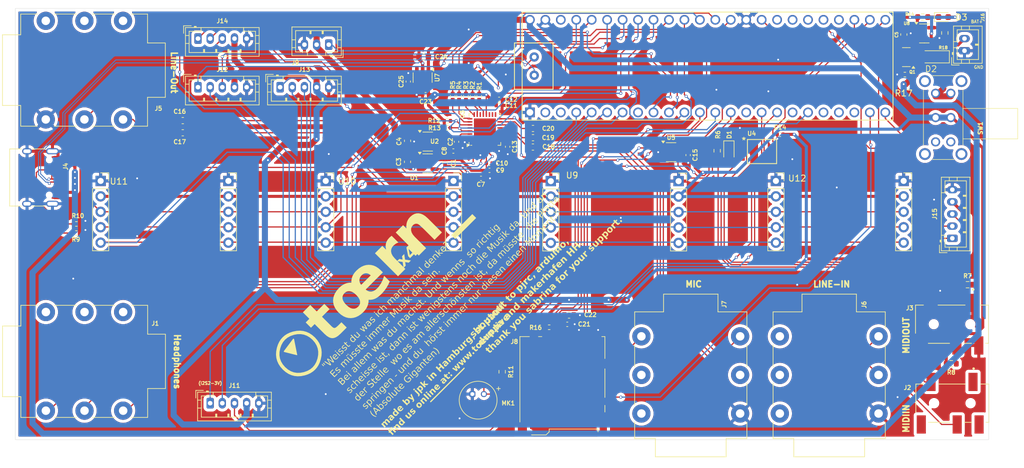
<source format=kicad_pcb>
(kicad_pcb (version 20240108) (generator "pcbnew") (generator_version "8.0")
  (layers (0 "F.Cu" signal) (1 "In1.Cu" signal) (2 "In2.Cu" signal) (31 "B.Cu" signal) (34 "B.Paste" user) (35 "F.Paste" user) (36 "B.SilkS" user "B.Silkscreen") (37 "F.SilkS" user "F.Silkscreen") (38 "B.Mask" user) (39 "F.Mask" user) (44 "Edge.Cuts" user))
  (net 0 "")
  (net 1 "GND")
  (net 2 "+3.3VA")
  (net 3 "+1V8")
  (net 4 "+5V")
  (net 5 "Net-(U1-BP)")
  (net 6 "Net-(U2-BP)")
  (net 7 "+3.3V")
  (net 8 "Net-(U3-VAG)")
  (net 9 "Net-(C16-Pad2)")
  (net 10 "Net-(U3-LINEOUT_R)")
  (net 11 "Net-(U3-LINEOUT_L)")
  (net 12 "Net-(C17-Pad2)")
  (net 13 "Net-(C18-Pad1)")
  (net 14 "LINEIN_R")
  (net 15 "Net-(C19-Pad1)")
  (net 16 "LINEIN_L")
  (net 17 "Net-(C20-Pad1)")
  (net 18 "MIC")
  (net 19 "Net-(U7-BP)")
  (net 20 "Net-(D1-A)")
  (net 21 "Net-(D1-K)")
  (net 24 "Net-(U3-HP_L)")
  (net 25 "Net-(U3-HP_R)")
  (net 26 "Net-(U3-HP_VGND)")
  (net 29 "Net-(J2-Pad3)")
  (net 32 "Net-(J3-Pad2)")
  (net 34 "Net-(J3-Pad3)")
  (net 35 "VBAT")
  (net 36 "D+")
  (net 37 "D-")
  (net 39 "Net-(J4-CC1)")
  (net 41 "Net-(J4-CC2)")
  (net 49 "Net-(MK1-+)")
  (net 52 "12_MISO_MQSL")
  (net 53 "10_CS_MQSR")
  (net 55 "14_A0_TX3_SPDIF_OUT")
  (net 57 "7_RX2_OUT1A")
  (net 58 "17_A3_TX4_SDA1")
  (net 59 "27_A13_SCK1")
  (net 60 "19_A5_SCL")
  (net 61 "18_A4_SDA")
  (net 62 "24_A10_TX6_SCL2")
  (net 63 "25_A11_RX6_SDA2")
  (net 64 "5_IN2")
  (net 65 "15_A1_RX3_SPDIF_IN")
  (net 66 "22_A8_CTX1")
  (net 67 "3_LRCLK2")
  (net 68 "4_BCLK2")
  (net 69 "2_OUT2")
  (net 70 "9_OUT1C")
  (net 71 "16_A2_RX4_SCL1")
  (net 72 "41_A17")
  (net 73 "33_MCLK2")
  (net 74 "32_OUT1B")
  (net 75 "Net-(U3-SYS_MCLK)")
  (net 76 "11_MOSI_CTX1")
  (net 77 "23_A9_CRX1_MCLK1")
  (net 78 "Net-(U3-I2S_LRCLK)")
  (net 79 "Net-(U3-I2S_SCLK)")
  (net 80 "Net-(U3-I2S_DOUT)")
  (net 81 "13_SCK_LED")
  (net 82 "Net-(U3-I2S_DIN)")
  (net 83 "Net-(R7-Pad1)")
  (net 84 "MICBIAS")
  (net 92 "Net-(U5-Pad3)")
  (net 93 "28_RX7")
  (net 94 "6_OUT1D")
  (net 95 "38_CS1_IN1")
  (net 96 "20_A6_TX5_LRCLK1")
  (net 97 "37_CS")
  (net 98 "40_A16")
  (net 99 "0_RX1_CRX2_CS1")
  (net 101 "36_CS")
  (net 102 "1_TX1_CTX2_MISO1")
  (net 103 "21_A7_RX5_BCLK1")
  (net 104 "26_A12_MOSI1")
  (net 105 "34_RX8")
  (net 107 "8_TX2_IN1")
  (net 108 "39_MISO1_OUT1A")
  (net 109 "30_CRX3")
  (net 110 "31_CTX3")
  (net 111 "35_TX8")
  (net 112 "29_TX7")
  (net 115 "VBUS")
  (net 116 "Net-(D2-K)")
  (net 117 "Net-(D3-K)")
  (net 118 "Net-(U8-STAT)")
  (net 119 "Net-(U8-PROG)")
  (footprint "Diode_SMD:D_SOD-123" (layer "F.Cu") (at 182.15 33 180)
    (property "Reference" "D2")
    (property "Value" "MBR0540")
  )
  (footprint "Sensor_Audio:POM-2244P-C3310-2-R" (layer "F.Cu") (at 106.1 88.5)
    (property "Reference" "MK1")
    (property "Value" "Microphone_Condenser")
  )
  (footprint "Capacitor_SMD:C_0402_1005Metric" (layer "F.Cu") (at 102.98 48.5)
    (property "Reference" "C8")
    (property "Value" "1u")
  )
  (footprint "Resistor_SMD:R_0603_1608Metric" (layer "F.Cu") (at 111 84.825 -90)
    (property "Reference" "R11")
    (property "Value" "2k2")
  )
  (footprint "Capacitor_SMD:C_0402_1005Metric" (layer "F.Cu") (at 95.565 37.0725 90)
    (property "Reference" "C25")
    (property "Value" "1u")
  )
  (footprint "Resistor_SMD:R_0402_1005Metric" (layer "F.Cu") (at 101.99 43.54)
    (property "Reference" "R12")
    (property "Value" "10k")
  )
  (footprint "Connector_JST:JST_PH_B5B-PH-K_1x05_P2.00mm_Vertical" (layer "F.Cu") (at 185 62.865836 90)
    (property "Reference" "J15")
    (property "Value" "Conn_01x05")
  )
  (footprint "Capacitor_SMD:C_0603_1608Metric" (layer "F.Cu") (at 58.5 43.5 180)
    (property "Reference" "C16")
    (property "Value" "10u")
  )
  (footprint "Resistor_SMD:R_0603_1608Metric" (layer "F.Cu") (at 187.5 70.5)
    (property "Reference" "R7")
    (property "Value" "220R")
  )
  (footprint "Connector_JST:JST_PH_B5B-PH-K_1x05_P2.00mm_Vertical" (layer "F.Cu") (at 63 90)
    (property "Reference" "J11")
    (property "Value" "Conn_01x05")
  )
  (footprint "Capacitor_SMD:C_0603_1608Metric" (layer "F.Cu") (at 116.055 47.85 180)
    (property "Reference" "C18")
    (property "Value" "10u")
  )
  (footprint "Connector_USB:USB_C_Receptacle_HRO_TYPE-C-31-M-12" (layer "F.Cu") (at 33.95 52.86 -90)
    (property "Reference" "J4")
    (property "Value" "USB_C_Receptacle_USB2.0")
  )
  (footprint "Resistor_SMD:R_0402_1005Metric" (layer "F.Cu") (at 103.92 39.51 -90)
    (property "Reference" "R4")
    (property "Value" "22R")
  )
  (footprint "Connector_PinSocket_2.54mm:DuppaI2CEncoderV2.1" (layer "F.Cu") (at 80 46.005)
    (property "Reference" "U10")
    (property "Value" "01x05 Connector_PinSocket_2.54mm" (hide yes))
  )
  (footprint "Capacitor_SMD:C_0603_1608Metric" (layer "F.Cu") (at 177.03 29.335 90)
    (property "Reference" "C5")
    (property "Value" "10u")
  )
  (footprint "Connector_JST:JST_PH_B5B-PH-K_1x05_P2.00mm_Vertical" (layer "F.Cu") (at 61 38)
    (property "Reference" "J12")
    (property "Value" "Conn_01x05")
  )
  (footprint "Resistor_SMD:R_0402_1005Metric" (layer "F.Cu") (at 101.99 44.68)
    (property "Reference" "R13")
    (property "Value" "10k")
  )
  (footprint "Capacitor_SMD:C_0402_1005Metric" (layer "F.Cu") (at 121.7 77.02 180)
    (property "Reference" "C21")
    (property "Value" "100n")
  )
  (footprint "Capacitor_SMD:C_0402_1005Metric" (layer "F.Cu") (at 101.6175 50.39 -90)
    (property "Reference" "C1")
    (property "Value" "1u")
  )
  (footprint "Package_TO_SOT_SMD:SOT-23-6" (layer "F.Cu") (at 138.77 48.69)
    (property "Reference" "U5")
    (property "Value" "74LVC2G14")
  )
  (footprint "Capacitor_SMD:C_0402_1005Metric" (layer "F.Cu") (at 110.5 40)
    (property "Reference" "C12")
    (property "Value" "1u")
  )
  (footprint "Package_TO_SOT_SMD:SOT-23-5" (layer "F.Cu") (at 98.75842 50.53552)
    (property "Reference" "U1")
    (property "Value" "SPX3819M5-L-3-3")
  )
  (footprint "Capacitor_SMD:C_0603_1608Metric" (layer "F.Cu") (at 116.07 46.31 180)
    (property "Reference" "C19")
    (property "Value" "10u")
  )
  (footprint "Capacitor_SMD:C_0603_1608Metric" (layer "F.Cu") (at 122 75.5)
    (property "Reference" "C22")
    (property "Value" "10u")
  )
  (footprint "Resistor_SMD:R_0402_1005Metric" (layer "F.Cu") (at 106.14 39.51 -90)
    (property "Reference" "R2")
    (property "Value" "22R")
  )
  (footprint "myLibKicad:5pin SO6_TOS" (layer "F.Cu") (at 153.7183 48.59)
    (property "Reference" "U4")
    (property "Value" "TLP2361V4_E")
  )
  (footprint "Resistor_SMD:R_0402_1005Metric" (layer "F.Cu") (at 107.23 39.51 -90)
    (property "Reference" "R1")
    (property "Value" "22R")
  )
  (footprint "Connector_JST:JST_PH_B3B-PH-K_1x03_P2.00mm_Vertical" (layer "F.Cu") (at 82.5 31 180)
    (property "Reference" "J9")
    (property "Value" "Conn_01x03")
  )
  (footprint "Capacitor_SMD:C_0402_1005Metric" (layer "F.Cu") (at 111.9 47.8 -90)
    (property "Reference" "C13")
    (property "Value" "150n")
  )
  (footprint "Package_TO_SOT_SMD:SOT-23-5" (layer "F.Cu") (at 180.3925 29.155)
    (property "Reference" "U8")
    (property "Value" "MCP73831-3-OT")
  )
  (footprint "Connector_Audio:Jack_6.35mm_Neutrik_NMJ6HCD2_Horizontal" (layer "F.Cu") (at 150.12 79 -90)
    (property "Reference" "J7")
    (property "Value" "AudioJack3_Switch")
  )
  (footprint "myLibKicad:CUI_SJ2-35863B1-SMT-TR" (layer "F.Cu") (at 184.95 77 180)
    (property "Reference" "J3")
    (property "Value" "CUI_SJ2-35863B1-SMT-TR")
  )
  (footprint "Capacitor_SMD:C_0402_1005Metric" (layer "F.Cu") (at 156.69 45.76)
    (property "Reference" "C14")
    (property "Value" "100n")
  )
  (footprint "LED_SMD:LED_0603_1608Metric" (layer "F.Cu") (at 183.53 26.46)
    (property "Reference" "D3")
    (property "Value" "LED")
  )
  (footprint "Resistor_SMD:R_0402_1005Metric" (layer "F.Cu") (at 41.01 60.5)
    (property "Reference" "R10")
    (property "Value" "5.1k")
  )
  (footprint "Connector_PinSocket_2.54mm:DuppaI2CEncoderV2.1" (layer "F.Cu") (at 117 46.04)
    (property "Reference" "U9")
    (property "Value" "01x05 Connector_PinSocket_2.54mm" (hide yes))
  )
  (footprint "Package_TO_SOT_SMD:SOT-23-5" (layer "F.Cu") (at 97.93 36.4225 -90)
    (property "Reference" "U7")
    (property "Value" "SPX3819M5-L-3-3")
  )
  (footprint "Resistor_SMD:R_0603_1608Metric" (layer "F.Cu") (at 184.825 83.5 180)
    (property "Reference" "R8")
    (property "Value" "220R")
  )
  (footprint "Resistor_SMD:R_0402_1005Metric" (layer "F.Cu") (at 41.01 62)
    (property "Reference" "R9")
    (property "Value" "5.1k")
  )
  (footprint "Capacitor_SMD:C_0603_1608Metric" (layer "F.Cu") (at 116.065 44.79 180)
    (property "Reference" "C20")
    (property "Value" "10u")
  )
  (footprint "myLibKicad:CUI_SJ2-35863B1-SMT-TR" (layer "F.Cu") (at 185 90 180)
    (property "Reference" "J2")
    (property "Value" "CUI_SJ2-35863B1-SMT-TR")
  )
  (footprint "Connector_Audio:Jack_6.35mm_Neutrik_NMJ6HCD2_Horizontal" (layer "F.Cu") (at 48.68102 43.307339 180)
    (property "Reference" "J5")
    (property "Value" "AudioJack3_Switch")
  )
  (footprint "Capacitor_SMD:C_0603_1608Metric" (layer "F.Cu") (at 95.45 46.825 -90)
    (property "Reference" "C4")
    (property "Value" "10u")
  )
  (footprint "Capacitor_SMD:C_0603_1608Metric" (layer "F.Cu") (at 58.5 45.5 180)
    (property "Reference" "C17")
    (property "Value" "10u")
  )
  (footprint "Resistor_SMD:R_0402_1005Metric" (layer "F.Cu") (at 118.73 77.5 180)
    (property "Reference" "R16")
    (property "Value" "10k")
  )
  (footprint "Capacitor_SMD:C_0402_1005Metric" (layer "F.Cu") (at 141.5675 49.17 -90)
    (property "Reference" "C15")
    (property "Value" "100n")
  )
  (footprint "Package_TO_SOT_SMD:SOT-23" (layer "F.Cu") (at 177.4375 33.055 180)
    (property "Reference" "Q1")
    (property "Value" "DMG3415")
  )
  (footprint "Connector_JST:JST_PH_B2B-PH-K_1x02_P2.00mm_Vertical" (layer "F.Cu") (at 187 32 90)
    (property "Reference" "J16")
    (property "Value" "BATTERY")
  )
  (footprint "Resistor_SMD:R_0402_1005Metric" (layer "F.Cu") (at 102.87 39.51 -90)
    (property "Reference" "R5")
    (property "Value" "22R")
  )
  (footprint "Package_TO_SOT_SMD:SOT-23-5" (layer "F.Cu") (at 98.77 46.95)
    (property "Reference" "U2")
    (property "Value" "SPX3819M5-L-1-8")
  )
  (footprint "Resistor_SMD:R_0402_1005Metric" (layer "F.Cu") (at 105.05 39.51 -90)
    (property "Reference" "R3")
    (property "Value" "22R")
  )
  (footprint "Diode_SMD:D_SOD-323F" (layer "F.Cu") (at 148.276528 48.447164 -90)
    (property "Reference" "D1")
    (property "Value" "BAT54J")
  )
  (footprint "Resistor_SMD:R_0402_1005Metric" (layer "F.Cu") (at 177.2 35.92)
    (property "Reference" "R17")
    (property "Value" "10k")
  )
  (footprint "Resistor_SMD:R_0603_1608Metric" (layer "F.Cu") (at 180.14 26.46 180)
    (property "Reference" "R14")
    (property "Value" "2k")
  )
  (footprint "Connector_JST:JST_PH_B5B-PH-K_1x05_P2.00mm_Vertical" (layer "F.Cu") (at 74.5 38)
    (property "Reference" "J13")
    (property "Value" "Conn_01x05")
  )
  (footprint "Connector_PinSocket_2.54mm:DuppaI2CEncoderV2.1" (layer "F.Cu") (at 43 46.005)
    (property "Reference" "U11")
    (property "Value" "01x05 Connector_PinSocket_2.54mm" (hide yes))
  )
  (footprint "Capacitor_SMD:C_0603_1608Metric" (layer "F.Cu") (at 98.105 33.0225 180)
    (property "Reference" "C24")
    (property "Value" "10u")
  )
  (footprint "Capacitor_SMD:C_0603_1608Metric" (layer "F.Cu") (at 95.443778 50.283225 -90)
    (property "Reference" "C3")
    (property "Value" "10u")
  )
  (footprint "Package_DFN_QFN:QFN-32-1EP_5x5mm_P0.5mm_EP3.6x3.6mm" (layer "F.Cu") (at 108.16 44.95 90)
    (property "Reference" "U3")
    (property "Value" "SGTL5000XNBA3")
  )
  (footprint "Connector_Card:microSD_HC_Hirose_DM3BT-DSF-PEJS" (layer "F.Cu") (at 120.9 86.925)
    (property "Reference" "J8")
    (property "Value" "Micro_SD_Card")
  )
  (footprint "Capacitor_SMD:C_0402_1005Metric" (layer "F.Cu") (at 110.5 41)
    (property "Reference" "C11")
    (property "Value" "100n")
  )
  (footprint "Resistor_SMD:R_0603_1608Metric" (layer "F.Cu") (at 183.77 29.075 90)
    (property "Reference" "R18")
    (property "Value" "2k")
  )
  (footprint "myLibKicad:EG2219" (layer "F.Cu") (at 184.75 47 90)
    (property "Reference" "SW1")
    (property "Value" "EG2219" (hide yes))
  )
  (footprint "Capacitor_SMD:C_0402_1005Metric" (layer "F.Cu") (at 108.88 50.52)
    (property "Reference" "C10")
    (property "Value" "100n")
  )
  (footprint "Connector_Audio:Jack_6.35mm_Neutrik_NMJ6HCD2_Horizontal" (layer "F.Cu") (at 172.875 79 -90)
    (property "Reference" "J6")
    (property "Value" "AudioJack3_Switch")
  )
  (footprint "Capacitor_SMD:C_0402_1005Metric" (layer "F.Cu") (at 103.5 46.98 -90)
    (property "Reference" "C2")
    (property "Value" "1u")
  )
  (footprint "Connector_JST:JST_PH_B5B-PH-K_1x05_P2.00mm_Vertical" (layer "F.Cu") (at 61 30)
    (property "Reference" "J14")
    (property "Value" "Conn_01x05")
  )
  (footprint "Capacitor_SMD:C_0402_1005Metric" (layer "F.Cu") (at 98.415 39.2325 180)
    (property "Reference" "C23")
    (property "Value" "1u")
  )
  (footprint "Capacitor_SMD:C_0402_1005Metric" (layer "F.Cu") (at 107.52 53)
    (property "Reference" "C7")
    (property "Value" "1u")
  )
  (footprint "Connector_PinSocket_2.54mm:DuppaI2CEncoderV2.1" (layer "F.Cu") (at 154 46.005)
    (property "Reference" "U12")
    (property "Value" "01x05 Connector_PinSocket_2.54mm" (hide yes))
  )
  (footprint "myLibKicad:Teensy41" (layer "F.Cu") (at 144.77 34.53)
    (property "Reference" "U6" (hide yes))
    (property "Value" "Teensy4.1" (hide yes))
  )
  (footprint "Resistor_SMD:R_0603_1608Metric" (layer "F.Cu") (at 146.34 48.46 -90)
    (property "Reference" "R6")
    (property "Value" "220R")
  )
  (footprint "Capacitor_SMD:C_0402_1005Metric" (layer "F.Cu") (at 108.92 51.68)
    (property "Reference" "C9")
    (property "Value" "1u")
  )
  (footprint "Connector_Audio:Jack_6.35mm_Neutrik_NMJ6HCD2_Horizontal" (layer "F.Cu") (at 48.7 91.23 180)
    (property "Reference" "J1")
    (property "Value" "AudioJack3_Switch")
  )
  (gr_line (start 99.25 89.75) (end 104.75 84.25) (stroke (width 0.2)) (layer "F.SilkS"))
  (gr_poly (pts (xy 77.200694 81.981665) (xy 75.200694 81.481665) (xy 76.700694 79.481665)) (stroke (width 0.2)) (fill solid) (layer "F.SilkS"))
  (gr_rect (start 30.98 25.04) (end 190.98 96) (stroke (width 0.05)) (fill none) (layer "Edge.Cuts"))
  (gr_text "shoutout to pjrc, arduino, \nduppa and makerhafen HH. \nthank you sabrina for your support." (at 105.5 78.5 45) (layer "F.SilkS") (effects (font (size 1.1 1.1) (thickness 0.2032) (bold yes)) (justify left top)))
  (gr_text "○tœrn_" (at 77.200694 87.481665 45) (layer "F.SilkS") (effects (font (size 7 7) (thickness 0.3) (bold yes)) (justify left bottom)))
  (gr_text "MIDIIN" (at 178 95 90) (layer "F.SilkS") (effects (font (size 1 1) (thickness 0.25) (bold yes)) (justify left bottom)))
  (gr_text "{dblquote}Weisst du was ich manchmal denke? \nEs müsste immer Musik da sein. \nBei allem was du machst. Und wenns  so richtig \nscheisse ist, dann ist wenigstens noch die Musik da. Und an \nder Stelle  wo es am allerschönsten ist, da müsste  die Platte \nspringen - und du  hörst immer nur diesen einen Moment.{dblquote}\n(Absolute Giganten)\n" (at 90 92.5 45) (layer "F.SilkS") (effects (font (size 1.1 1.1) (thickness 0.1)) (justify left bottom)))
  (gr_text "MIC" (at 141 71 0) (layer "F.SilkS") (effects (font (size 1 1) (thickness 0.25) (bold yes)) (justify left bottom)))
  (gr_text "MIDIOUT" (at 178 82 90) (layer "F.SilkS") (effects (font (size 1 1) (thickness 0.25) (bold yes)) (justify left bottom)))
  (gr_text "Line-Out" (at 56.5 32 270) (layer "F.SilkS") (effects (font (size 1 1) (thickness 0.25) (bold yes)) (justify left bottom)))
  (gr_text "LINE-IN" (at 162 71 0) (layer "F.SilkS") (effects (font (size 1 1) (thickness 0.25) (bold yes)) (justify left bottom)))
  (gr_text "x4" (at 95 68 45) (layer "F.SilkS") (effects (font (size 2 2) (thickness 0.2) (bold yes)) (justify left bottom)))
  (gr_text "Headphones" (at 57 78.5 270) (layer "F.SilkS") (effects (font (size 1 1) (thickness 0.25) (bold yes)) (justify left bottom)))
  (gr_text "made by jpk in Hamburg, st.pauli.\nfind us online at: www.toern.live" (at 93 95.5 45) (layer "F.SilkS") (effects (font (size 1.0668 1.0668) (thickness 0.2667) (bold yes)) (justify left bottom)))
  (gr_text "GND" (at 188.5 35 0) (layer "F.SilkS") (effects (font (size 0.5 0.5) (thickness 0.1)) (justify left bottom)))
  (gr_text "BAT+" (at 188 27.5 0) (layer "F.SilkS") (effects (font (size 0.5 0.5) (thickness 0.1)) (justify left bottom)))
  (gr_text "(I2S2-3V)" (at 61 87 0) (layer "F.SilkS") (effects (font (size 0.5 0.5) (thickness 0.125) (bold yes)) (justify left bottom)))
  (segment (start 141.5675 49.65) (end 141.5675 50.4175) (width 0.2) (layer "F.Cu") (net 1))
  (segment (start 110.17 51.68) (end 110.18 51.69) (width 0.2) (layer "F.Cu") (net 1))
  (segment (start 123.625 79.3) (end 123.66 79.265) (width 0.5) (layer "F.Cu") (net 1))
  (segment (start 105.5 47.5) (end 106.31 47.5) (width 0.2) (layer "F.Cu") (net 1))
  (segment (start 156.21 46.46) (end 156.24 46.49) (width 0.2) (layer "F.Cu") (net 1))
  (segment (start 141.5675 50.4175) (end 141.59 50.44) (width 0.2) (layer "F.Cu") (net 1))
  (segment (start 95.825553 51.44) (end 95.443778 51.058225) (width 0.5) (layer "F.Cu") (net 1))
  (segment (start 105.3 46.2) (end 105.71 46.2) (width 0.2) (layer "F.Cu") (net 1))
  (segment (start 109.41 46.2) (end 108.16 44.95) (width 0.2) (layer "F.Cu") (net 1))
  (segment (start 42 60.5) (end 41.53 60.5) (width 0.2) (layer "F.Cu") (net 1))
  (segment (start 110.095614 48.5) (end 109.41 47.814386) (width 0.2) (layer "F.Cu") (net 1))
  (segment (start 96.5425 46.95) (end 96.5325 46.94) (width 0.5) (layer "F.Cu") (net 1))
  (segment (start 96.9475 39.2325) (end 96.94 39.24) (width 0.5) (layer "F.Cu") (net 1))
  (segment (start 123.66 79.265) (end 123.66 78) (width 0.5) (layer "F.Cu") (net 1))
  (segment (start 177.59 28.56) (end 178.16 29.13) (width 0.5) (layer "F.Cu") (net 1))
  (segment (start 122.795 75.52) (end 123.78 75.52) (width 0.5) (layer "F.Cu") (net 1))
  (segment (start 107.41 49.18) (end 107.42 49.19) (width 0.2) (layer "F.Cu") (net 1))
  (segment (start 95.8725 47.6) (end 96.5325 46.94) (width 0.5) (layer "F.Cu") (net 1))
  (segment (start 35.955 43.335) (end 35.955 43.455) (width 0.2) (layer "F.Cu") (net 1))
  (segment (start 97.33 33.44) (end 97.94 34.05) (width 0.5) (layer "F.Cu") (net 1))
  (segment (start 111.9 49) (end 111.92 49.02) (width 0.2) (layer "F.Cu") (net 1))
  (segment (start 42.5 60) (end 42 60.5) (width 0.2) (layer "F.Cu") (net 1))
  (segment (start 110.5 48.5) (end 110.095614 48.5) (width 0.2) (layer "F.Cu") (net 1))
  (segment (start 104.5 48) (end 104 48.5) (width 0.5) (layer "F.Cu") (net 1))
  (segment (start 42.01 61.99) (end 42.5 61.5) (width 0.2) (layer "F.Cu") (net 1))
  (segment (start 97.6325 46.95) (end 96.5425 46.95) (width 0.5) (layer "F.Cu") (net 1))
  (segment (start 183.77 29.9) (end 182.89 29.9) (width 0.5) (layer "F.Cu") (net 1))
  (segment (start 136.65 48.69) (end 137.6325 48.69) (width 0.2) (layer "F.Cu") (net 1))
  (segment (start 156.21 45.76) (end 156.21 46.46) (width 0.2) (layer "F.Cu") (net 1))
  (segment (start 157.16 49.86) (end 158.69 49.86) (width 0.2) (layer "F.Cu") (net 1))
  (segment (start 104.847429 46.652571) (end 105.3 46.2) (width 0.2) (layer "F.Cu") (net 1))
  (segment (start 95.45 47.6) (end 95.8725 47.6) (width 0.5) (layer "F.Cu") (net 1))
  (segment (start 95.565 36.5925) (end 95.565 35.685) (width 0.5) (layer "F.Cu") (net 1))
  (segment (start 177.03 28.56) (end 177.59 28.56) (width 0.5) (layer "F.Cu") (net 1))
  (segment (start 126.775 77.95) (end 126.775 79.2) (width 0.5) (layer "F.Cu") (net 1))
  (segment (start 109.41 47.4) (end 109.41 46.2) (width 0.2) (layer "F.Cu") (net 1))
  (segment (start 109.4 51.68) (end 110.17 51.68) (width 0.2) (layer "F.Cu") (net 1))
  (segment (start 158.69 49.86) (end 158.7 49.85) (width 0.2) (layer "F.Cu") (net 1))
  (segment (start 107.41 47.4) (end 107.41 49.18) (width 0.2) (layer "F.Cu") (net 1))
  (segment (start 106.31 47.5) (end 106.41 47.4) (width 0.2) (layer "F.Cu") (net 1))
  (segment (start 96.3925 51.44) (end 96.3925 50.82104) (width 0.5) (layer "F.Cu") (net 1))
  (segment (start 96.3925 50.82104) (end 96.67802 50.53552) (width 0.5) (layer "F.Cu") (net 1))
  (segment (start 97.33 33.0225) (end 97.33 33.44) (width 0.5) (layer "F.Cu") (net 1))
  (segment (start 95.565 35.685) (end 95.57 35.68) (width 0.5) (layer "F.Cu") (net 1))
  (segment (start 178.185 29.155) (end 178.16 29.13) (width 0.5) (layer "F.Cu") (net 1))
  (segment (start 110.17 50.55) (end 109.39 50.55) (width 0.2) (layer "F.Cu") (net 1))
  (segment (start 176.69 35.92) (end 175.95 35.92) (width 0.2) (layer "F.Cu") (net 1))
  (segment (start 97.93 34.06) (end 97.94 34.05) (width 0.5) (layer "F.Cu") (net 1))
  (segment (start 104 48.5) (end 103.46 48.5) (width 0.5) (layer "F.Cu") (net 1))
  (segment (start 179.255 29.155) (end 178.185 29.155) (width 0.5) (layer "F.Cu") (net 1))
  (segment (start 103.96 47.46) (end 103.5 47.46) (width 0.5) (layer "F.Cu") (net 1))
  (segment (start 101.6175 50.87) (end 104.157866 50.87) (width 0.2) (layer "F.Cu") (net 1))
  (segment (start 110.956134 41) (end 111.73147 41) (width 0.2) (layer "F.Cu") (net 1))
  (segment (start 109.41 47.814386) (end 109.41 47.12) (width 0.2) (layer "F.Cu") (net 1))
  (segment (start 96.67802 50.53552) (end 97.62092 50.53552) (width 0.5) (layer "F.Cu") (net 1))
  (segment (start 110.98 40) (end 112.5 40) (width 0.2) (layer "F.Cu") (net 1))
  (segment (start 97.935 39.2325) (end 96.9475 39.2325) (width 0.5) (layer "F.Cu") (net 1))
  (segment (start 104.847429 47.05) (end 104.847429 46.652571) (width 0.2) (layer "F.Cu") (net 1))
  (segment (start 104.157866 50.87) (end 105.318578 52.030712) (width 0.2) (layer "F.Cu") (net 1))
  (segment (start 111.73147 41) (end 112.115735 40.615735) (width 0.2) (layer "F.Cu") (net 1))
  (segment (start 111.9 48.28) (end 111.9 49) (width 0.2) (layer "F.Cu") (net 1))
  (segment (start 97.93 35.285) (end 97.93 34.06) (width 0.5) (layer "F.Cu") (net 1))
  (segment (start 182.89 29.9) (end 182.88 29.91) (width 0.5) (layer "F.Cu") (net 1))
  (segment (start 122.18 77.02) (end 122.9 77.02) (width 0.5) (layer "F.Cu") (net 1))
  (segment (start 104.847429 47.05) (end 104.86 47.05) (width 0.2) (layer "F.Cu") (net 1))
  (segment (start 104.5 48) (end 103.96 47.46) (width 0.5) (layer "F.Cu") (net 1))
  (segment (start 175.95 35.92) (end 175.94 35.91) (width 0.2) (layer "F.Cu") (net 1))
  (segment (start 109 53) (end 108 53) (width 0.2) (layer "F.Cu") (net 1))
  (segment (start 101.6475 50.9) (end 101.6175 50.87) (width 0.2) (layer "F.Cu") (net 1))
  (segment (start 41.45 61.99) (end 42.01 61.99) (width 0.2) (layer "F.Cu") (net 1))
  (segment (start 105.71 46.2) (end 105.71 46.7) (width 0.2) (layer "F.Cu") (net 1))
  (segment (start 96.3925 51.44) (end 95.825553 51.44) (width 0.5) (layer "F.Cu") (net 1))
  (via (at 95.57 35.68) (size 0.5) (drill 0.3) (layers "F.Cu" "B.Cu") (net 1))
  (via (at 111.6 35.91) (size 0.5) (drill 0.3) (layers "F.Cu" "B.Cu") (net 1))
  (via (at 111.92 49.02) (size 0.5) (drill 0.3) (layers "F.Cu" "B.Cu") (net 1))
  (via (at 107.42 49.19) (size 0.5) (drill 0.3) (layers "F.Cu" "B.Cu") (net 1))
  (via (at 97.94 34.05) (size 0.5) (drill 0.3) (layers "F.Cu" "B.Cu") (net 1))
  (via (at 123.626208 77.95) (size 0.5) (drill 0.3) (layers "F.Cu" "B.Cu") (net 1))
  (via (at 51 53) (size 0.5) (drill 0.3) (layers "F.Cu" "B.Cu") (net 1))
  (via (at 126.775 77.95) (size 0.5) (drill 0.3) (layers "F.Cu" "B.Cu") (net 1))
  (via (at 105.5 47.5) (size 0.5) (drill 0.3) (layers "F.Cu" "B.Cu") (net 1))
  (via (at 82 88.5) (size 0.5) (drill 0.3) (layers "F.Cu" "B.Cu") (net 1))
  (via (at 40.5 69.5) (size 0.5) (drill 0.3) (layers "F.Cu" "B.Cu") (net 1))
  (via (at 141.59 50.44) (size 0.5) (drill 0.3) (layers "F.Cu" "B.Cu") (net 1))
  (via (at 105.5 34.05) (size 0.5) (drill 0.3) (layers "F.Cu" "B.Cu") (net 1))
  (via (at 104.5 48) (size 0.5) (drill 0.3) (layers "F.Cu" "B.Cu") (net 1))
  (via (at 112.115735 40.615735) (size 0.6) (drill 0.3) (layers "F.Cu" "B.Cu") (net 1))
  (via (at 159.5 70.5) (size 0.5) (drill 0.3) (layers "F.Cu" "B.Cu") (net 1))
  (via (at 146.22 38.42) (size 0.5) (drill 0.3) (layers "F.Cu" "B.Cu") (net 1))
  (via (at 123.78 75.52) (size 0.5) (drill 0.3) (layers "F.Cu" "B.Cu") (net 1))
  (via (at 154.76 38.68) (size 0.5) (drill 0.3) (layers "F.Cu" "B.Cu") (net 1))
  (via (at 42.5 61.5) (size 0.5) (drill 0.3) (layers "F.Cu" "B.Cu") (net 1))
  (via (at 150.08 44.72) (size 0.5) (drill 0.3) (layers "F.Cu" "B.Cu") (net 1))
  (via (at 42.5 60) (size 0.5) (drill 0.3) (layers "F.Cu" "B.Cu") (net 1))
  (via (at 156.37 33.47) (size 0.5) (drill 0.3) (layers "F.Cu" "B.Cu") (net 1))
  (via (at 82.5 49) (size 0.5) (drill 0.3) (layers "F.Cu" "B.Cu") (net 1))
  (via (at 96.5325 46.94) (size 0.5) (drill 0.3) (layers "F.Cu" "B.Cu") (net 1))
  (via (at 105.318578 52.030712) (size 0.5) (drill 0.3) (layers "F.Cu" "B.Cu") (net 1))
  (via (at 136.65 48.69) (size 0.5) (drill 0.3) (layers "F.Cu" "B.Cu") (net 1))
  (via (at 112.5 40) (size 0.6) (drill 0.3) (layers "F.Cu" "B.Cu") (net 1))
  (via (at 110.18 51.69) (size 0.5) (drill 0.3) (layers "F.Cu" "B.Cu") (net 1))
  (via (at 110.17 50.55) (size 0.5) (drill 0.3) (layers "F.Cu" "B.Cu") (net 1))
  (via (at 104.847429 47.05) (size 0.5) (drill 0.3) (layers "F.Cu" "B.Cu") (net 1))
  (via (at 188 69) (size 0.5) (drill 0.3) (layers "F.Cu" "B.Cu") (net 1))
  (via (at 175.94 35.91) (size 0.5) (drill 0.3) (layers "F.Cu" "B.Cu") (net 1))
  (via (at 104 92.5) (size 0.5) (drill 0.3) (layers "F.Cu" "B.Cu") (net 1))
  (via (at 178.16 29.13) (size 0.5) (drill 0.3) (layers "F.Cu" "B.Cu") (net 1))
  (via (at 166 54.5) (size 0.5) (drill 0.3) (layers "F.Cu" "B.Cu") (net 1))
  (via (at 110.5 48.5) (size 0.5) (drill 0.3) (layers "F.Cu" "B.Cu") (net 1))
  (via (at 96.94 39.24) (size 0.5) (drill 0.3) (layers "F.Cu" "B.Cu") (net 1))
  (via (at 51 62.5) (size 0.5) (drill 0.3) (layers "F.Cu" "B.Cu") (net 1))
  (via (at 183 71.5) (size 0.5) (drill 0.3) (layers "F.Cu" "B.Cu") (net 1))
  (via (at 158.7 49.85) (size 0.5) (drill 0.3) (layers "F.Cu" "B.Cu") (net 1))
  (via (at 122.92 77) (size 0.5) (drill 0.3) (layers "F.Cu" "B.Cu") (net 1))
  (via (at 105.5 28.5) (size 0.5) (drill 0.3) (layers "F.Cu" "B.Cu") (net 1))
  (via (at 130.5 59.5) (size 0.5) (drill 0.3) (layers "F.Cu" "B.Cu") (net 1))
  (via (at 182 56.5) (size 0.5) (drill 0.3) (layers "F.Cu" "B.Cu") (net 1))
  (via (at 182.88 29.91) (size 0.5) (drill 0.3) (layers "F.Cu" "B.Cu") (net 1))
  (via (at 109 53) (size 0.5) (drill 0.3) (layers "F.Cu" "B.Cu") (net 1))
  (via (at 96.3925 51.44) (size 0.5) (drill 0.3) (layers "F.Cu" "B.Cu") (net 1))
  (via (at 156.24 46.49) (size 0.5) (drill 0.3) (layers "F.Cu" "B.Cu") (net 1))
  (via (at 176 89) (size 0.5) (drill 0.3) (layers "F.Cu" "B.Cu") (net 1))
  (segment (start 139.960051 53.5) (end 140 53.460051) (width 0.2) (layer "B.Cu") (net 1))
  (segment (start 119 53.46) (end 119.04 53.5) (width 0.2) (layer "B.Cu") (net 1))
  (segment (start 100.2204 49.91) (end 101.6175 49.91) (width 0.5) (layer "F.Cu") (net 2))
  (segment (start 108.41 47.4) (end 108.41 50.51) (width 0.2) (layer "F.Cu") (net 2))
  (segment (start 104.187817 49.91) (end 101.6175 49.91) (width 0.5) (layer "F.Cu") (net 2))
  (segment (start 99.89592 49.58552) (end 100.2204 49.91) (width 0.5) (layer "F.Cu") (net 2))
  (segment (start 108.4 50.52) (end 108.4 51.64) (width 0.2) (layer "F.Cu") (net 2))
  (segment (start 105.957817 51.68) (end 104.187817 49.91) (width 0.5) (layer "F.Cu") (net 2))
  (segment (start 108.44 51.68) (end 105.957817 51.68) (width 0.5) (layer "F.Cu") (net 2))
  (segment (start 99.9075 46) (end 101.635 46) (width 0.5) (layer "F.Cu") (net 3))
  (segment (start 104.3 45.7) (end 105.71 45.7) (width 0.2) (layer "F.Cu") (net 3))
  (segment (start 101.64 46.005) (end 102.135 46.5) (width 0.2) (layer "F.Cu") (net 3))
  (segment (start 102.135 46.5) (end 103.5 46.5) (width 0.2) (layer "F.Cu") (net 3))
  (segment (start 103.5 46.5) (end 104.3 45.7) (width 0.2) (layer "F.Cu") (net 3))
  (segment (start 176.999949 55.965) (end 177 55.965051) (width 0.5) (layer "F.Cu") (net 4))
  (segment (start 139.9075 48.69) (end 141.5675 48.69) (width 0.2) (layer "F.Cu") (net 4))
  (segment (start 115.56 26.91) (end 98.86 26.91) (width 1) (layer "F.Cu") (net 4))
  (segment (start 82.09 26.91) (end 80.5 28.5) (width 1) (layer "F.Cu") (net 4))
  (segment (start 93.3525 46.05) (end 93.3425 46.06) (width 0.5) (layer "F.Cu") (net 4))
  (segment (start 80.5 31.36) (end 93.3425 44.2025) (width 1) (layer "F.Cu") (net 4))
  (segment (start 104 26.91) (end 98.86 26.91) (width 0.5) (layer "F.Cu") (net 4))
  (segment (start 185 43) (end 182.25 43) (width 0.5) (layer "F.Cu") (net 4))
  (segment (start 98.283419 49.58552) (end 98.73342 50.035521) (width 0.5) (layer "F.Cu") (net 4))
  (segment (start 80.5 28.5) (end 80.5 31.36) (width 1) (layer "F.Cu") (net 4))
  (segment (start 97.6325 47.9) (end 98.294999 47.9) (width 0.5) (layer "F.Cu") (net 4))
  (segment (start 184 79.1) (end 184.55 78.55) (width 0.5) (layer "F.Cu") (net 4))
  (segment (start 176.965051 56) (end 177 55.965051) (width 1) (layer "F.Cu") (net 4))
  (segment (start 97.62092 49.58552) (end 98.283419 49.58552) (width 0.5) (layer "F.Cu") (net 4))
  (segment (start 184 83.5) (end 184 79.1) (width 0.5) (layer "F.Cu") (net 4))
  (segment (start 103.034949 56) (end 103 55.965051) (width 0.5) (layer "F.Cu") (net 4))
  (segment (start 142.75 51.25) (end 142.75 48.98) (width 0.5) (layer "F.Cu") (net 4))
  (segment (start 98.3425 46) (end 97.6325 46) (width 0.5) (layer "F.Cu") (net 4))
  (segment (start 98.88 32.03) (end 104 26.91) (width 0.5) (layer "F.Cu") (net 4))
  (segment (start 93.3425 44.2025) (end 93.3425 46.06) (width 1) (layer "F.Cu") (net 4))
  (segment (start 93.3425 46.06) (end 93.3425 47.406947) (width 1) (layer "F.Cu") (net 4))
  (segment (start 98.186104 51.48552) (end 97.62092 51.48552) (width 0.5) (layer "F.Cu") (net 4))
  (segment (start 96.98 35.947499) (end 97.430001 36.3975) (width 0.5) (layer "F.Cu") (net 4))
  (segment (start 98.6725 36.3975) (end 98.88 36.19) (width 0.5) (layer "F.Cu") (net 4))
  (segment (start 98.745 47.449999) (end 98.745 46.4025) (width 0.5) (layer "F.Cu") (net 4))
  (segment (start 144 52) (end 143.5 52) (width 0.5) (layer "F.Cu") (net 4))
  (segment (start 98.86 26.91) (end 82.09 26.91) (width 1) (layer "F.Cu") (net 4))
  (segment (start 98.88 33.0225) (end 98.88 32.03) (width 0.5) (layer "F.Cu") (net 4))
  (segment (start 98.73342 50.035521) (end 98.73342 50.938204) (width 0.5) (layer "F.Cu") (net 4))
  (segment (start 65.999949 55.965) (end 66 55.965051) (width 0.5) (layer "F.Cu") (net 4))
  (segment (start 95.521073 49.58552) (end 97.62092 49.58552) (width 0.5) (layer "F.Cu") (net 4))
  (segment (start 66 55.965051) (end 66.034949 56) (width 1) (layer "F.Cu") (net 4))
  (segment (start 97.430001 36.3975) (end 98.6725 36.3975) (width 0.5) (layer "F.Cu") (net 4))
  (segment (start 97.6325 46) (end 95.5 46) (width 0.5) (layer "F.Cu") (net 4))
  (segment (start 156 55.965) (end 176.999949 55.965) (width 0.5) (layer "F.Cu") (net 4))
  (segment (start 96.98 35.285) (end 96.98 35.947499) (width 0.5) (layer "F.Cu") (net 4))
  (segment (start 93.3425 47.406947) (end 95.443778 49.508225) (width 1) (layer "F.Cu") (net 4))
  (segment (start 190 48) (end 185 43) (width 0.5) (layer "F.Cu") (net 4))
  (segment (start 188.95 78.55) (end 190 77.5) (width 0.5) (layer "F.Cu") (net 4))
  (segment (start 143.5 52) (end 142.75 51.25) (width 0.5) (layer "F.Cu") (net 4))
  (segment (start 98.88 33.0225) (end 98.88 35.285) (width 0.5) (layer "F.Cu") (net 4))
  (segment (start 98.88 36.19) (end 98.88 35.285) (width 0.5) (layer "F.Cu") (net 4))
  (segment (start 45 55.965) (end 65.999949 55.965) (width 0.5) (layer "F.Cu") (net 4))
  (segment (start 184.55 78.55) (end 188.95 78.55) (width 0.5) (layer "F.Cu") (net 4))
  (segment (start 142.75 48.98) (end 142.46 48.69) (width 0.5) (layer "F.Cu") (net 4))
  (segment (start 98.73342 50.938204) (end 98.186104 51.48552) (width 0.5) (layer "F.Cu") (net 4))
  (segment (start 81.999949 55.965051) (end 82 55.965) (width 0.5) (layer "F.Cu") (net 4))
  (segment (start 95.45 46.05) (end 93.3525 46.05) (width 0.5) (layer "F.Cu") (net 4))
  (segment (start 119 56) (end 103.034949 56) (width 0.5) (layer "F.Cu") (net 4))
  (segment (start 66 55.965051) (end 81.999949 55.965051) (width 0.5) (layer "F.Cu") (net 4))
  (segment (start 81.965 56) (end 82 55.965) (width 1) (layer "F.Cu") (net 4))
  (segment (start 156 55.965) (end 156.035 56) (width 1) (layer "F.Cu") (net 4))
  (segment (start 98.294999 47.9) (end 98.745 47.449999) (width 0.5) (layer "F.Cu") (net 4))
  (segment (start 142.46 48.69) (end 141.5675 48.69) (width 0.5) (layer "F.Cu") (net 4))
  (segment (start 190 77.5) (end 190 48) (width 0.5) (layer "F.Cu") (net 4))
  (segment (start 98.745 46.4025) (end 98.3425 46) (width 0.5) (layer "F.Cu") (net 4))
  (via (at 144 52) (size 0.5) (drill 0.3) (layers "F.Cu" "B.Cu") (net 4))
  (segment (start 102.965051 56) (end 103 55.965051) (width 1) (layer "B.Cu") (net 4))
  (segment (start 122.39 34.89) (end 115.56 28.06) (width 1) (layer "B.Cu") (net 4))
  (segment (start 119.000051 56.000051) (end 119 56) (width 0.5) (layer "B.Cu") (net 4))
  (segment (start 139.999949 56) (end 140 56.000051) (width 1) (layer "B.Cu") (net 4))
  (segment (start 115.56 28.06) (end 115.56 26.91) (width 1) (layer "B.Cu") (net 4))
  (segment (start 140 56.000051) (end 155.964949 56.000051) (width 0.5) (layer "B.Cu") (net 4))
  (segment (start 140 56.000026) (end 140 56.000051) (width 0.5) (layer "B.Cu") (net 4))
  (segment (start 144 52.000026) (end 140 56.000026) (width 0.5) (layer "B.Cu") (net 4))
  (segment (start 170.02 34.89) (end 122.39 34.89) (width 1) (layer "B.Cu") (net 4))
  (segment (start 182.25 43) (end 178.13 43) (width 0.5) (layer "B.Cu") (net 4))
  (segment (start 155.964949 56.000051) (end 156 55.965) (width 0.5) (layer "B.Cu") (net 4))
  (segment (start 140 56.000051) (end 119.000051 56.000051) (width 0.5) (layer "B.Cu") (net 4))
  (segment (start 102.999949 55.965) (end 103 55.965051) (width 0.5) (layer "B.Cu") (net 4))
  (segment (start 156.59 44.91) (end 149.5 52) (width 0.5) (layer "B.Cu") (net 4))
  (segment (start 149.5 52) (end 144 52) (width 0.5) (layer "B.Cu") (net 4))
  (segment (start 184.75 43) (end 182.25 43) (width 0.5) (layer "B.Cu") (net 4))
  (segment (start 176.22 44.91) (end 156.59 44.91) (width 0.5) (layer "B.Cu") (net 4))
  (segment (start 82 55.965) (end 82.035 56) (width 1) (layer "B.Cu") (net 4))
  (segment (start 144 52) (end 144 52.000026) (width 0.5) (layer "B.Cu") (net 4))
  (segment (start 178.13 43) (end 170.02 34.89) (width 1) (layer "B.Cu") (net 4))
  (segment (start 184.75 43) (end 178.13 43) (width 1) (layer "B.Cu") (net 4))
  (segment (start 178.13 43) (end 176.22 44.91) (width 0.5) (layer "B.Cu") (net 4))
  (segment (start 140 56.000051) (end 140.000051 56) (width 1) (layer "B.Cu") (net 4))
  (segment (start 155.965 56) (end 156 55.965) (width 1) (layer "B.Cu") (net 4))
  (segment (start 82 55.965) (end 102.999949 55.965) (width 0.5) (layer "B.Cu") (net 4))
  (segment (start 99.84 51.54144) (end 99.89592 51.48552) (width 0.2) (layer "F.Cu") (net 5))
  (segment (start 99.89592 51.48552) (end 99.93144 51.45) (width 0.2) (layer "F.Cu") (net 5))
  (segment (start 105.5 53) (end 107.04 53) (width 0.2) (layer "F.Cu") (net 5))
  (segment (start 99.93144 51.45) (end 103.95 51.45) (width 0.2) (layer "F.Cu") (net 5))
  (segment (start 103.95 51.45) (end 105.5 53) (width 0.2) (layer "F.Cu") (net 5))
  (segment (start 99.9075 47.9) (end 101.40255 47.9) (width 0.5) (layer "F.Cu") (net 6))
  (segment (start 102.00255 48.5) (end 102.5 48.5) (width 0.5) (layer "F.Cu") (net 6))
  (segment (start 101.40255 47.9) (end 102.00255 48.5) (width 0.5) (layer "F.Cu") (net 6))
  (segment (start 120.575 81) (end 121.425 80.15) (width 0.5) (layer "F.Cu") (net 7))
  (segment (start 79 35) (end 68.5 35) (width 1) (layer "F.Cu") (net 7))
  (segment (start 98.88 37.56) (end 98.88 39.2175) (width 0.5) (layer "F.Cu") (net 7))
  (segment (start 187.55 59.415836) (end 185 56.865836) (width 0.5) (layer "F.Cu") (net 7))
  (segment (start 110.02 40) (end 110.02 41) (width 0.5) (layer "F.Cu") (net 7))
  (segment (start 108.41 42.5) (end 108.39 42.48) (width 0.2) (layer "F.Cu") (net 7))
  (segment (start 108.39 42.48) (end 108.39 39.24) (width 0.2) (layer "F.Cu") (net 7))
  (segment (start 101.48 43.54) (end 101.48 44.68) (width 0.5) (layer "F.Cu") (net 7))
  (segment (start 117.325 78.395) (end 117.325 80.325) (width 0.5) (layer "F.Cu") (net 7))
  (segment (start 98.895 39.2325) (end 99.9175 39.2325) (width 0.5) (layer "F.Cu") (net 7))
  (segment (start 67 33.5) (end 67 30) (width 1) (layer "F.Cu") (net 7))
  (segment (start 68.5 35) (end 67 36.5) (width 1) (layer "F.Cu") (net 7))
  (segment (start 121.45 79.275) (end 121.425 79.3) (width 0.5) (layer "F.Cu") (net 7))
  (segment (start 80.5 36.5) (end 79 35) (width 1) (layer "F.Cu") (net 7))
  (segment (start 118 81) (end 120.575 81) (width 0.5) (layer "F.Cu") (net 7))
  (segment (start 121.22 77.02) (end 121.22 79.095) (width 0.5) (layer "F.Cu") (net 7))
  (segment (start 98.895 40.995) (end 98.895 39.2325) (width 0.5) (layer "F.Cu") (net 7))
  (segment (start 109.15 40) (end 108.39 39.24) (width 0.5) (layer "F.Cu") (net 7))
  (segment (start 121 73) (end 118.22 75.78) (width 0.5) (layer "F.Cu") (net 7))
  (segment (start 157.17 45.76) (end 157.17 47.31) (width 0.2) (layer "F.Cu") (net 7))
  (segment (start 101.48 43.54) (end 101.44 43.54) (width 0.5) (layer "F.Cu") (net 7))
  (segment (start 122 73) (end 121 73) (width 0.5) (layer "F.Cu") (net 7))
  (segment (start 186.25 66.25) (end 187.55 64.95) (width 0.5) (layer "F.Cu") (net 7))
  (segment (start 187.55 64.95) (end 187.55 59.415836) (width 0.5) (layer "F.Cu") (net 7))
  (segment (start 118.22 75.78) (end 118.22 77.5) (width 0.5) (layer "F.Cu") (net 7))
  (segment (start 159 45.76) (end 157.17 45.76) (width 0.5) (layer "F.Cu") (net 7))
  (segment (start 99.9175 39.2325) (end 99.93 39.22) (width 0.5) (layer "F.Cu") (net 7))
  (segment (start 75 47.5) (end 79.5 47.5) (width 1) (layer "F.Cu") (net 7))
  (segment (start 72.5 50) (end 75 47.5) (width 1) (layer "F.Cu") (net 7))
  (segment (start 121.22 75.505) (end 121.225 75.5) (width 0.5) (layer "F.Cu") (net 7))
  (segment (start 121.425 80.15) (end 121.425 79.3) (width 0.5) (layer "F.Cu") (net 7))
  (segment (start 80.5 38) (end 80.5 36.5) (width 1) (layer "F.Cu") (net 7))
  (segment (start 121.22 79.095) (end 121.425 79.3) (width 0.5) (layer "F.Cu") (net 7))
  (segment (start 161 66.25) (end 186.25 66.25) (width 0.5) (layer "F.Cu") (net 7))
  (segment (start 110.02 40) (end 109.15 40) (width 0.5) (layer "F.Cu") (net 7))
  (segment (start 121.22 77.02) (end 121.22 75.505) (width 0.5) (layer "F.Cu") (net 7))
  (segment (start 128.5 73) (end 131.5 73) (width 1) (layer "F.Cu") (net 7))
  (segment (start 67 36.5) (end 67 38) (width 1) (layer "F.Cu") (net 7))
  (segment (start 79.5 47.5) (end 80.5 46.5) (width 1) (layer "F.Cu") (net 7))
  (segment (start 117.325 80.325) (end 118 81) (width 0.5) (layer "F.Cu") (net 7))
  (segment (start 68.5 35) (end 67 33.5) (width 1) (layer "F.Cu") (net 7))
  (segment (start 101.44 43.54) (end 98.895 40.995) (width 0.5) (layer "F.Cu") (net 7))
  (segment (start 118.22 77.5) (end 117.325 78.395) (width 0.5) (layer "F.Cu") (net 7))
  (via (at 128.5 73) (size 0.5) (drill 0.3) (layers "F.Cu" "B.Cu") (net 7))
  (via (at 80.5 46.5) (size 0.5) (drill 0.3) (layers "F.Cu" "B.Cu") (net 7))
  (via (at 108.39 39.24) (size 0.5) (drill 0.3) (layers "F.Cu" "B.Cu") (net 7))
  (via (at 161 66.25) (size 0.5) (drill 0.3) (layers "F.Cu" "B.Cu") (net 7))
  (via (at 72.5 50) (size 0.5) (drill 0.3) (layers "F.Cu" "B.Cu") (net 7))
  (via (at 99.93 39.22) (size 0.5) (drill 0.3) (layers "F.Cu" "B.Cu") (net 7))
  (via (at 131.5 73) (size 0.5) (drill 0.3) (layers "F.Cu" "B.Cu") (net 7))
  (via (at 159 45.76) (size 0.5) (drill 0.3) (layers "F.Cu" "B.Cu") (net 7))
  (via (at 122 73) (size 0.5) (drill 0.3) (layers "F.Cu" "B.Cu") (net 7))
  (segment (start 161 47.76) (end 159 45.76) (width 0.5) (layer "B.Cu") (net 7))
  (segment (start 72.5 50) (end 72 50.5) (width 1) (layer "B.Cu") (net 7))
  (segment (start 70 73) (end 57 86) (width 1) (layer "B.Cu") (net 7))
  (segment (start 161 66.25) (end 159.2 68.05) (width 0.5) (layer "B.Cu") (net 7))
  (segment (start 57 92) (end 58.5 93.5) (width 1) (layer "B.Cu") (net 7))
  (segment (start 108.38 39.23) (end 108.39 39.24) (width 0.5) (layer "B.Cu") (net 7))
  (segment (start 136.338909 68.05) (end 131.5 72.888909) (width 0.5) (layer "B.Cu") (net 7))
  (segment (start 122 73) (end 123 73) (width 1) (layer "B.Cu") (net 7))
  (segment (start 58.5 93.5) (end 67.5 93.5) (width 1) (layer "B.Cu") (net 7))
  (segment (start 67.5 93.5) (end 69 92) (width 1) (layer "B.Cu") (net 7))
  (segment (start 99.93 39.22) (end 99.94 39.23) (width 0.5) (layer "B.Cu") (net 7))
  (segment (start 122 73) (end 74 73) (width 1) (layer "B.Cu") (net 7))
  (segment (start 57 92) (end 57 86) (width 1) (layer "B.Cu") (net 7))
  (segment (start 72 71) (end 70 73) (width 1) (layer "B.Cu") (net 7))
  (segment (start 80.5 46.5) (end 80.5 41.69) (width 1) (layer "B.Cu") (net 7))
  (segment (start 98.96 40.19) (end 82 40.19) (width 1) (layer "B.Cu") (net 7))
  (segment (start 69 92) (end 69 90) (width 1) (layer "B.Cu") (net 7))
  (segment (start 80.5 41.69) (end 82 40.19) (width 1) (layer "B.Cu") (net 7))
  (segment (start 72 50.5) (end 72 71) (width 1) (layer "B.Cu") (net 7))
  (segment (start 82 40.19) (end 80.5 38.69) (width 1) (layer "B.Cu") (net 7))
  (segment (start 74 73) (end 72 71) (width 1) (layer "B.Cu") (net 7))
  (segment (start 131.5 72.888909) (end 131.5 73) (width 0.5) (layer "B.Cu") (net 7))
  (segment (start 161 66.25) (end 161 47.76) (width 0.5) (layer "B.Cu") (net 7))
  (segment (start 80.5 38.69) (end 80.5 38) (width 1) (layer "B.Cu") (net 7))
  (segment (start 123 73) (end 128.5 73) (width 1) (layer "B.Cu") (net 7))
  (segment (start 159.2 68.05) (end 136.338909 68.05) (width 0.5) (layer "B.Cu") (net 7))
  (segment (start 99.93 39.22) (end 98.96 40.19) (width 1) (layer "B.Cu") (net 7))
  (segment (start 99.94 39.23) (end 108.38 39.23) (width 0.5) (layer "B.Cu") (net 7))
  (segment (start 131.5 73) (end 131.388909 73) (width 0.5) (layer "B.Cu") (net 7))
  (segment (start 111.9 47.32) (end 111.9 47.040001) (width 0.2) (layer "F.Cu") (net 8))
  (segment (start 111.059999 46.2) (end 110.61 46.2) (width 0.2) (layer "F.Cu") (net 8))
  (segment (start 111.9 47.040001) (end 111.059999 46.2) (width 0.2) (layer "F.Cu") (net 8))
  (segment (start 53 43.5) (end 57.725 43.5) (width 0.2) (layer "F.Cu") (net 9))
  (segment (start 44.638359 41) (end 50.5 41) (width 0.2) (layer "F.Cu") (net 9))
  (segment (start 50.5 41) (end 53 43.5) (width 0.2) (layer "F.Cu") (net 9))
  (segment (start 42.33102 43.307339) (end 44.638359 41) (width 0.2) (layer "F.Cu") (net 9))
  (segment (start 42.305 43.805) (end 42.305 43.335) (width 0.2) (layer "F.Cu") (net 9))
  (segment (start 87.138909 43.977052) (end 87.138909 43.5) (width 0.2) (layer "F.Cu") (net 10))
  (segment (start 112.82 46.885686) (end 112.82 51.114314) (width 0.2) (layer "F.Cu") (net 10))
  (segment (start 112.82 51.114314) (end 110.324314 53.61) (width 0.2) (layer "F.Cu") (net 10))
  (segment (start 87.138909 43.5) (end 59.275 43.5) (width 0.2) (layer "F.Cu") (net 10))
  (segment (start 111.634314 45.7) (end 112.82 46.885686) (width 0.2) (layer "F.Cu") (net 10))
  (segment (start 110.61 45.7) (end 111.634314 45.7) (width 0.2) (layer "F.Cu") (net 10))
  (segment (start 95.247377 52.08552) (end 87.138909 43.977052) (width 0.2) (layer "F.Cu") (net 10))
  (segment (start 103.960469 52.08552) (end 95.247377 52.08552) (width 0.2) (layer "F.Cu") (net 10))
  (segment (start 105.484949 53.61) (end 103.960469 52.08552) (width 0.2) (layer "F.Cu") (net 10))
  (segment (start 110.324314 53.61) (end 105.484949 53.61) (width 0.2) (layer "F.Cu") (net 10))
  (segment (start 92.185552 54.685552) (end 109.814448 54.685552) (width 0.2) (layer "F.Cu") (net 11))
  (segment (start 111.7 45.2) (end 110.61 45.2) (width 0.2) (layer "F.Cu") (net 11))
  (segment (start 83 45.5) (end 92.185552 54.685552) (width 0.2) (layer "F.Cu") (net 11))
  (segment (start 109.814448 54.685552) (end 113.41 51.09) (width 0.2) (layer "F.Cu") (net 11))
  (segment (start 113.41 46.91) (end 111.7 45.2) (width 0.2) (layer "F.Cu") (net 11))
  (segment (start 113.41 51.09) (end 113.41 46.91) (width 0.2) (layer "F.Cu") (net 11))
  (segment (start 59.275 45.5) (end 83 45.5) (width 0.2) (layer "F.Cu") (net 11))
  (segment (start 51.5 44.5) (end 56.725 44.5) (width 0.2) (layer "F.Cu") (net 12))
  (segment (start 56.725 44.5) (end 57.725 45.5) (width 0.2) (layer "F.Cu") (net 12))
  (segment (start 50.307339 43.307339) (end 51.5 44.5) (width 0.2) (layer "F.Cu") (net 12))
  (segment (start 48.68102 43.307339) (end 50.307339 43.307339) (width 0.2) (layer "F.Cu") (net 12))
  (segment (start 116.83 47.85) (end 117.284314 47.85) (width 0.2) (layer "F.Cu") (net 13))
  (segment (start 170.025 82.5) (end 172.875 85.35) (width 0.2) (layer "F.Cu") (net 13))
  (segment (start 145 82.5) (end 170.025 82.5) (width 0.2) (layer "F.Cu") (net 13))
  (segment (start 136.5 55) (end 136.5 74) (width 0.2) (layer "F.Cu") (net 13))
  (segment (start 117.284314 47.85) (end 117.934314 48.5) (width 0.2) (layer "F.Cu") (net 13))
  (segment (start 130 48.5) (end 136.5 55) (width 0.2) (layer "F.Cu") (net 13))
  (segment (start 117.934314 48.5) (end 130 48.5) (width 0.2) (layer "F.Cu") (net 13))
  (segment (start 136.5 74) (end 145 82.5) (width 0.2) (layer "F.Cu") (net 13))
  (segment (start 115.23 47.85) (end 115.28 47.85) (width 0.2) (layer "F.Cu") (net 14))
  (segment (start 112.08 44.7) (end 115.23 47.85) (width 0.2) (layer "F.Cu") (net 14))
  (segment (start 110.61 44.7) (end 112.08 44.7) (width 0.2) (layer "F.Cu") (net 14))
  (segment (start 137 54.5) (end 137 73.5) (width 0.2) (layer "F.Cu") (net 15))
  (segment (start 116.845 46.31) (end 118.535 48) (width 0.2) (layer "F.Cu") (net 15))
  (segment (start 118.535 48) (end 130.5 48) (width 0.2) (layer "F.Cu") (net 15))
  (segment (start 130.5 48) (end 137 54.5) (width 0.2) (layer "F.Cu") (net 15))
  (segment (start 169.875 82) (end 172.875 79) (width 0.2) (layer "F.Cu") (net 15))
  (segment (start 145.5 82) (end 169.875 82) (width 0.2) (layer "F.Cu") (net 15))
  (segment (start 137 73.5) (end 145.5 82) (width 0.2) (layer "F.Cu") (net 15))
  (segment (start 112.2 44.2) (end 110.61 44.2) (width 0.2) (layer "F.Cu") (net 16))
  (segment (start 115.295 46.31) (end 114.31 46.31) (width 0.2) (layer "F.Cu") (net 16))
  (segment (start 114.31 46.31) (end 112.2 44.2) (width 0.2) (layer "F.Cu") (net 16))
  (segment (start 137.5 54) (end 137.5 72.967157) (width 0.2) (layer "F.Cu") (net 17))
  (segment (start 137.5 72.967157) (end 146 81.467157) (width 0.2) (layer "F.Cu") (net 17))
  (segment (start 117.595 45.836304) (end 117.595 46.095) (width 0.2) (layer "F.Cu") (net 17))
  (segment (start 119 47.5) (end 131 47.5) (width 0.2) (layer "F.Cu") (net 17))
  (segment (start 117.595 46.095) (end 119 47.5) (width 0.2) (layer "F.Cu") (net 17))
  (segment (start 116.84 45.081304) (end 117.595 45.836304) (width 0.2) (layer "F.Cu") (net 17))
  (segment (start 146 81.467157) (end 147.652843 81.467157) (width 0.2) (layer "F.Cu") (net 17))
  (segment (start 147.652843 81.467157) (end 150.12 79) (width 0.2) (layer "F.Cu") (net 17))
  (segment (start 131 47.5) (end 137.5 54) (width 0.2) (layer "F.Cu") (net 17))
  (segment (start 116.84 44.79) (end 116.84 45.081304) (width 0.2) (layer "F.Cu") (net 17))
  (segment (start 114.17 44.79) (end 113.08 43.7) (width 0.2) (layer "F.Cu") (net 18))
  (segment (start 113.08 43.7) (end 110.61 43.7) (width 0.2) (layer "F.Cu") (net 18))
  (segment (start 115.29 44.79) (end 114.17 44.79) (width 0.2) (layer "F.Cu") (net 18))
  (segment (start 96.98 37.56) (end 95.5725 37.56) (width 0.5) (layer "F.Cu") (net 19))
  (segment (start 180.5 86.5) (end 181.5 86.5) (width 0.2) (layer "F.Cu") (net 20))
  (segment (start 174.265686 67.2) (end 177.96 70.894315) (width 0.2) (layer "F.Cu") (net 20))
  (segment (start 150.2766 49.86) (end 147 53.1366) (width 0.2) (layer "F.Cu") (net 20))
  (segment (start 149.037164 49.547164) (end 149.35 49.86) (width 0.2) (layer "F.Cu") (net 20))
  (segment (start 148.276528 49.547164) (end 149.037164 49.547164) (width 0.2) (layer "F.Cu") (net 20))
  (segment (start 147 65.565686) (end 148.634314 67.2) (width 0.2) (layer "F.Cu") (net 20))
  (segment (start 147 53.1366) (end 147 65.565686) (width 0.2) (layer "F.Cu") (net 20))
  (segment (start 149.35 49.86) (end 150.2766 49.86) (width 0.2) (layer "F.Cu") (net 20))
  (segment (start 177.96 83.96) (end 180.5 86.5) (width 0.2) (layer "F.Cu") (net 20))
  (segment (start 148.634314 67.2) (end 174.265686 67.2) (width 0.2) (layer "F.Cu") (net 20))
  (segment (start 177.96 70.894315) (end 177.96 83.96) (width 0.2) (layer "F.Cu") (net 20))
  (segment (start 146.34 47.635) (end 147.305 47.635) (width 0.2) (layer "F.Cu") (net 21))
  (segment (start 147.592836 47.347164) (end 148.276528 47.347164) (width 0.2) (layer "F.Cu") (net 21))
  (segment (start 148.276528 47.347164) (end 150.249436 47.347164) (width 0.2) (layer "F.Cu") (net 21))
  (segment (start 147.305 47.635) (end 147.592836 47.347164) (width 0.2) (layer "F.Cu") (net 21))
  (segment (start 109.401409 49.401409) (end 108.91 48.91) (width 0.2) (layer "F.Cu") (net 24))
  (segment (start 108.91 48.91) (end 108.91 47.4) (width 0.2) (layer "F.Cu") (net 24))
  (segment (start 48.5 90.53) (end 49.2 91.23) (width 0.2) (layer "F.Cu") (net 24))
  (segment (start 87 55) (end 87 64.25) (width 0.2) (layer "F.Cu") (net 24))
  (segment (start 69.5 71) (end 49.97 90.53) (width 0.2) (layer "F.Cu") (net 24))
  (segment (start 49.97 90.53) (end 48.5 90.53) (width 0.2) (layer "F.Cu") (net 24))
  (segment (start 88 54) (end 87 55) (width 0.2) (layer "F.Cu") (net 24))
  (segment (start 80.25 71) (end 69.5 71) (width 0.2) (layer "F.Cu") (net 24))
  (segment (start 87 64.25) (end 80.25 71) (width 0.2) (layer "F.Cu") (net 24))
  (via (at 88 54) (size 0.5) (drill 0.3) (layers "F.Cu" "B.Cu") (net 24))
  (via (at 109.401409 49.401409) (size 0.5) (drill 0.3) (layers "F.Cu" "B.Cu") (net 24))
  (segment (start 107.322818 51.48) (end 109.401409 49.401409) (width 0.2) (layer "B.Cu") (net 24))
  (segment (start 100 53.5) (end 102.02 51.48) (width 0.2) (layer "B.Cu") (net 24))
  (segment (start 88.5 53.5) (end 100 53.5) (width 0.2) (layer "B.Cu") (net 24))
  (segment (start 102.02 51.48) (end 107.322818 51.48) (width 0.2) (layer "B.Cu") (net 24))
  (segment (start 88 54) (end 88.5 53.5) (width 0.2) (layer "B.Cu") (net 24))
  (segment (start 86.361091 64.138909) (end 80 70.5) (width 0.2) (layer "F.Cu") (net 25))
  (segment (start 86.361091 63.861091) (end 86.361091 64.138909) (width 0.2) (layer "F.Cu") (net 25))
  (segment (start 106.24 49.592182) (end 106.24 50.53) (width 0.2) (layer "F.Cu") (net 25))
  (segment (start 68.5 70.5) (end 50.5 88.5) (width 0.2) (layer "F.Cu") (net 25))
  (segment (start 106.91 48.922182) (end 106.24 49.592182) (width 0.2) (layer "F.Cu") (net 25))
  (segment (start 80 70.5) (end 68.5 70.5) (width 0.2) (layer "F.Cu") (net 25))
  (segment (start 42.85 90.15) (end 42.85 91.23) (width 0.2) (layer "F.Cu") (net 25))
  (segment (start 106.91 47.4) (end 106.91 48.922182) (width 0.2) (layer "F.Cu") (net 25))
  (segment (start 50.5 88.5) (end 44.5 88.5) (width 0.2) (layer "F.Cu") (net 25))
  (segment (start 44.5 88.5) (end 42.85 90.15) (width 0.2) (layer "F.Cu") (net 25))
  (segment (start 86.361091 52.361091) (end 86.361091 63.861091) (width 0.2) (layer "F.Cu") (net 25))
  (via (at 86.361091 52.361091) (size 0.5) (drill 0.3) (layers "F.Cu" "B.Cu") (net 25))
  (via (at 106.24 50.53) (size 0.5) (drill 0.3) (layers "F.Cu" "B.Cu") (net 25))
  (segment (start 100.97 50.53) (end 106.24 50.53) (width 0.2) (layer "B.Cu") (net 25))
  (segment (start 86.361091 52.361091) (end 86.722182 52) (width 0.2) (layer "B.Cu") (net 25))
  (segment (start 86.722182 52) (end 99.5 52) (width 0.2) (layer "B.Cu") (net 25))
  (segment (start 99.5 52) (end 100.97 50.53) (width 0.2) (layer "B.Cu") (net 25))
  (segment (start 107.48 50.043866) (end 107.48 50.545) (width 0.2) (layer "F.Cu") (net 26))
  (segment (start 67.5 70) (end 50 87.5) (width 0.2) (layer "F.Cu") (net 26))
  (segment (start 85.5 64.25) (end 79.75 70) (width 0.2) (layer "F.Cu") (net 26))
  (segment (start 107.91 48.902182) (end 107.97 48.962182) (width 0.2) (layer "F.Cu") (net 26))
  (segment (start 107.91 47.4) (end 107.91 48.902182) (width 0.2) (layer "F.Cu") (net 26))
  (segment (start 85.5 54.377663) (end 85.5 64.25) (width 0.2) (layer "F.Cu") (net 26))
  (segment (start 79.75 70) (end 67.5 70) (width 0.2) (layer "F.Cu") (net 26))
  (segment (start 40.23 87.5) (end 36.5 91.23) (width 0.2) (layer "F.Cu") (net 26))
  (segment (start 85.497388 54.375051) (end 85.5 54.377663) (width 0.2) (layer "F.Cu") (net 26))
  (segment (start 107.97 49.553866) (end 107.48 50.043866) (width 0.2) (layer "F.Cu") (net 26))
  (segment (start 107.97 48.962182) (end 107.97 49.553866) (width 0.2) (layer "F.Cu") (net 26))
  (segment (start 50 87.5) (end 40.23 87.5) (width 0.2) (layer "F.Cu") (net 26))
  (via (at 85.497388 54.375051) (size 0.5) (drill 0.3) (layers "F.Cu" "B.Cu") (net 26))
  (via (at 107.48 50.545) (size 0.5) (drill 0.3) (layers "F.Cu" "B.Cu") (net 26))
  (segment (start 99.54 53) (end 101.46 51.08) (width 0.2) (layer "B.Cu") (net 26))
  (segment (start 101.46 51.08) (end 106.945 51.08) (width 0.2) (layer "B.Cu") (net 26))
  (segment (start 86.872439 53) (end 99.54 53) (width 0.2) (layer "B.Cu") (net 26))
  (segment (start 85.497388 54.375051) (end 86.872439 53) (width 0.2) (layer "B.Cu") (net 26))
  (segment (start 106.945 51.08) (end 107.48 50.545) (width 0.2) (layer "B.Cu") (net 26))
  (segment (start 148.468628 67.6) (end 174.1 67.6) (width 0.2) (layer "F.Cu") (net 29))
  (segment (start 174.1 67.6) (end 177.56 71.06) (width 0.2) (layer "F.Cu") (net 29))
  (segment (start 146.5 49.5) (end 146.5 65.631372) (width 0.2) (layer "F.Cu") (net 29))
  (segment (start 146.34 49.285) (end 146.34 49.34) (width 0.2) (layer "F.Cu") (net 29))
  (segment (start 146.5 65.631372) (end 148.468628 67.6) (width 0.2) (layer "F.Cu") (net 29))
  (segment (start 177.56 87.81) (end 183.25 93.5) (width 0.2) (layer "F.Cu") (net 29))
  (segment (start 185.8 93.5) (end 185.8 92.5) (width 0.2) (layer "F.Cu") (net 29))
  (segment (start 177.56 71.06) (end 177.56 87.81) (width 0.2) (layer "F.Cu") (net 29))
  (segment (start 183.25 93.5) (end 185.8 93.5) (width 0.2) (layer "F.Cu") (net 29))
  (segment (start 146.34 49.34) (end 146.5 49.5) (width 0.2) (layer "F.Cu") (net 29))
  (segment (start 184.325 71.5) (end 187.325 71.5) (width 0.2) (layer "F.Cu") (net 32))
  (segment (start 182.325 73.5) (end 184.325 71.5) (width 0.2) (layer "F.Cu") (net 32))
  (segment (start 187.325 71.5) (end 188.325 70.5) (width 0.2) (layer "F.Cu") (net 32))
  (segment (start 181.45 73.5) (end 182.325 73.5) (width 0.2) (layer "F.Cu") (net 32))
  (segment (start 185.65 83.5) (end 185.65 80.6) (width 0.2) (layer "F.Cu") (net 34))
  (segment (start 185.65 80.6) (end 185.75 80.5) (width 0.2) (layer "F.Cu") (net 34))
  (segment (start 176.5 32.036262) (end 176.5 33.055) (width 1) (layer "F.Cu") (net 35))
  (segment (start 185.95 31.05) (end 179.69 31.05) (width 0.5) (layer "F.Cu") (net 35))
  (segment (start 177.035 30.105) (end 177.03 30.11) (width 0.5) (layer "F.Cu") (net 35))
  (segment (start 179.69 31.05) (end 179.255 30.615) (width 0.5) (layer "F.Cu") (net 35))
  (segment (start 177.03 31.506262) (end 176.5 32.036262) (width 1) (layer "F.Cu") (net 35))
  (segment (start 179.255 30.615) (end 179.255 30.105) (width 0.5) (layer "F.Cu") (net 35))
  (segment (start 177.03 30.11) (end 177.03 31.506262) (width 1) (layer "F.Cu") (net 35))
  (segment (start 179.255 30.105) (end 177.035 30.105) (width 0.5) (layer "F.Cu") (net 35))
  (segment (start 187 30) (end 185.95 31.05) (width 0.5) (layer "F.Cu") (net 35))
  (segment (start 37.995 52.61) (end 38.97 52.61) (width 0.2) (layer "F.Cu") (net 36))
  (segment (start 38.8 53.61) (end 37.995 53.61) (width 0.2) (layer "F.Cu") (net 36))
  (segment (start 36.788494 53.61) (end 37.995 53.61) (width 0.2) (layer "F.Cu") (net 36))
  (segment (start 39.02 52.66) (end 39.02 53.39) (width 0.2) (layer "F.Cu") (net 36))
  (segment (start 39.02 53.39) (end 38.8 53.61) (width 0.2) (layer "F.Cu") (net 36))
  (segment (start 36.571169 53.827325) (end 36.788494 53.61) (width 0.2) (layer "F.Cu") (net 36))
  (segment (start 38.97 52.61) (end 39.02 52.66) (width 0.2) (layer "F.Cu") (net 36))
  (via (at 36.571169 53.827325) (size 0.5) (drill 0.3) (layers "F.Cu" "B.Cu") (net 36))
  (segment (start 34.785 52.402487) (end 34.785 48.69401) (width 0.15) (layer "B.Cu") (net 36))
  (segment (start 38.775 44.70401) (end 38.775 42.225) (width 0.15) (layer "B.Cu") (net 36))
  (segment (start 36.00559 53.623078) (end 34.785 52.402487) (width 0.15) (layer "B.Cu") (net 36))
  (segment (start 36.292537 53.655) (end 36.260615 53.623078) (width 0.15) (layer "B.Cu") (net 36))
  (segment (start 36.398844 53.655) (end 36.292537 53.655) (width 0.15) (layer "B.Cu") (net 36))
  (segment (start 97.252563 33.5) (end 97.767563 32.985) (width 0.15) (layer "B.Cu") (net 36))
  (segment (start 36.571169 53.827325) (end 36.398844 53.655) (width 0.15) (layer "B.Cu") (net 36))
  (segment (start 97.767563 32.985) (end 114.212463 32.985) (width 0.15) (layer "B.Cu") (net 36))
  (segment (start 47.5 33.5) (end 97.252563 33.5) (width 0.15) (layer "B.Cu") (net 36))
  (segment (start 36.260615 53.623078) (end 36.00559 53.623078) (width 0.15) (layer "B.Cu") (net 36))
  (segment (start 34.785 48.69401) (end 38.775 44.70401) (width 0.15) (layer "B.Cu") (net 36))
  (segment (start 38.775 42.225) (end 47.5 33.5) (width 0.15) (layer "B.Cu") (net 36))
  (segment (start 114.212463 32.985) (end 116.27 35.042537) (width 0.15) (layer "B.Cu") (net 36))
  (segment (start 116.27 35.042537) (end 116.27 36.03) (width 0.15) (layer "B.Cu") (net 36))
  (segment (start 36.97 52.16) (end 36.97 53.06) (width 0.2) (layer "F.Cu") (net 37))
  (segment (start 37.02 53.11) (end 37.995 53.11) (width 0.2) (layer "F.Cu") (net 37))
  (segment (start 36.97 53.06) (end 37.02 53.11) (width 0.2) (layer "F.Cu") (net 37))
  (segment (start 114.79 34.305) (end 114.995 34.305) (width 0.2) (layer "F.Cu") (net 37))
  (segment (start 37.995 52.11) (end 37.02 52.11) (width 0.2) (layer "F.Cu") (net 37))
  (segment (start 37.02 52.11) (end 36.97 52.16) (width 0.2) (layer "F.Cu") (net 37))
  (segment (start 37.995 53.11) (end 36.53 53.11) (width 0.2) (layer "F.Cu") (net 37))
  (segment (start 114.995 34.305) (end 116.27 33.03) (width 0.2) (layer "F.Cu") (net 37))
  (segment (start 36.53 53.11) (end 36.51 53.13) (width 0.2) (layer "F.Cu") (net 37))
  (via (at 36.51 53.13) (size 0.5) (drill 0.3) (layers "F.Cu" "B.Cu") (net 37))
  (via (at 114.79 34.305) (size 0.5) (drill 0.3) (layers "F.Cu" "B.Cu") (net 37))
  (segment (start 39.125 42.375) (end 47.5 34) (width 0.15) (layer "B.Cu") (net 37))
  (segment (start 97.247537 34) (end 97.722537 33.525) (width 0.15) (layer "B.Cu") (net 37))
  (segment (start 36.51 53.13) (end 36.366922 53.273078) (width 0.15) (layer "B.Cu") (net 37))
  (segment (start 36.150566 53.273078) (end 35.135 52.257512) (width 0.15) (layer "B.Cu") (net 37))
  (segment (start 97.722537 33.525) (end 114.01 33.525) (width 0.15) (layer "B.Cu") (net 37))
  (segment (start 114.01 33.525) (end 114.79 34.305) (width 0.15) (layer "B.Cu") (net 37))
  (segment (start 35.135 48.838984) (end 39.125 44.848984) (width 0.15) (layer "B.Cu") (net 37))
  (segment (start 36.366922 53.273078) (end 36.150566 53.273078) (width 0.15) (layer "B.Cu") (net 37))
  (segment (start 39.125 44.848984) (end 39.125 42.375) (width 0.15) (layer "B.Cu") (net 37))
  (segment (start 47.5 34) (end 97.247537 34) (width 0.15) (layer "B.Cu") (net 37))
  (segment (start 35.135 52.257512) (end 35.135 48.838984) (width 0.15) (layer "B.Cu") (net 37))
  (segment (start 38.91 62) (end 34.44 57.53) (width 0.2) (layer "F.Cu") (net 39))
  (segment (start 40.5 62) (end 38.91 62) (width 0.2) (layer "F.Cu") (net 39))
  (segment (start 34.44 57.53) (end 34.44 52.06) (width 0.2) (layer "F.Cu") (net 39))
  (segment (start 34.89 51.61) (end 37.995 51.61) (width 0.2) (layer "F.Cu") (net 39))
  (segment (start 34.44 52.06) (end 34.89 51.61) (width 0.2) (layer "F.Cu") (net 39))
  (segment (start 35.36 55.54) (end 36.29 54.61) (width 0.2) (layer "F.Cu") (net 41))
  (segment (start 36.29 54.61) (end 37.995 54.61) (width 0.2) (layer "F.Cu") (net 41))
  (segment (start 35.36 57.4) (end 35.36 55.54) (width 0.2) (layer "F.Cu") (net 41))
  (segment (start 40.5 60.5) (end 38.46 60.5) (width 0.2) (layer "F.Cu") (net 41))
  (segment (start 38.46 60.5) (end 35.36 57.4) (width 0.2) (layer "F.Cu") (net 41))
  (segment (start 128.5 88.5) (end 130.54 86.46) (width 0.2) (layer "F.Cu") (net 49))
  (segment (start 108 87) (end 108 88.5) (width 0.2) (layer "F.Cu") (net 49))
  (segment (start 130.54 86.46) (end 130.54 82.35) (width 0.2) (layer "F.Cu") (net 49))
  (segment (start 108 88.5) (end 128.5 88.5) (width 0.2) (layer "F.Cu") (net 49))
  (segment (start 111 85.65) (end 109.35 85.65) (width 0.2) (layer "F.Cu") (net 49))
  (segment (start 130.54 82.35) (end 133.89 79) (width 0.2) (layer "F.Cu") (net 49))
  (segment (start 109.35 85.65) (end 108 87) (width 0.2) (layer "F.Cu") (net 49))
  (segment (start 143.05 52.55) (end 144.227817 52.55) (width 0.2) (layer "F.Cu") (net 52))
  (segment (start 145 46.89) (end 148.58 43.31) (width 0.2) (layer "F.Cu") (net 52))
  (segment (start 125 52) (end 125 79.025) (width 0.2) (layer "F.Cu") (net 52))
  (segment (start 131.5 51) (end 126 51) (width 0.2) (layer "F.Cu") (net 52))
  (segment (start 148.58 43.31) (end 148.58 42.15) (width 0.2) (layer "F.Cu") (net 52))
  (segment (start 145 51.777817) (end 145 46.89) (width 0.2) (layer "F.Cu") (net 52))
  (segment (start 126 51) (end 125 52) (width 0.2) (layer "F.Cu") (net 52))
  (segment (start 144.227817 52.55) (end 145 51.777817) (width 0.2) (layer "F.Cu") (net 52))
  (segment (start 125 79.025) (end 124.725 79.3) (width 0.2) (layer "F.Cu") (net 52))
  (segment (start 142.5 52) (end 143.05 52.55) (width 0.2) (layer "F.Cu") (net 52))
  (via (at 142.5 52) (size 0.5) (drill 0.3) (layers "F.Cu" "B.Cu") (net 52))
  (via (at 131.5 51) (size 0.5) (drill 0.3) (layers "F.Cu" "B.Cu") (net 52))
  (segment (start 142.5 52) (end 141.5 51) (width 0.2) (layer "B.Cu") (net 52))
  (segment (start 141.5 51) (end 131.5 51) (width 0.2) (layer "B.Cu") (net 52))
  (segment (start 143.5 43.42) (end 143.5 42.15) (width 0.2) (layer "F.Cu") (net 53))
  (segment (start 127.45 49.5) (end 124 49.5) (width 0.2) (layer "F.Cu") (net 53))
  (segment (start 127.5 49.45) (end 127.45 49.5) (width 0.2) (layer "F.Cu") (net 53))
  (segment (start 133.5 48) (end 135.5 48) (width 0.2) (layer "F.Cu") (net 53))
  (segment (start 119.225 75.710618) (end 119.225 79.3) (width 0.2) (layer "F.Cu") (net 53))
  (segment (start 141.42 45.5) (end 143.5 43.42) (width 0.2) (layer "F.Cu") (net 53))
  (segment (start 135.5 48) (end 138 45.5) (width 0.2) (layer "F.Cu") (net 53))
  (segment (start 123.5 73.5) (end 122.675 74.325) (width 0.2) (layer "F.Cu") (net 53))
  (segment (start 123.5 50) (end 123.5 73.5) (width 0.2) (layer "F.Cu") (net 53))
  (segment (start 122.675 74.325) (end 120.610618 74.325) (width 0.2) (layer "F.Cu") (net 53))
  (segment (start 120.610618 74.325) (end 119.225 75.710618) (width 0.2) (layer "F.Cu") (net 53))
  (segment (start 138 45.5) (end 141.42 45.5) (width 0.2) (layer "F.Cu") (net 53))
  (segment (start 124 49.5) (end 123.5 50) (width 0.2) (layer "F.Cu") (net 53))
  (via (at 127.5 49.45) (size 0.5) (drill 0.3) (layers "F.Cu" "B.Cu") (net 53))
  (via (at 133.5 48) (size 0.5) (drill 0.3) (layers "F.Cu" "B.Cu") (net 53))
  (segment (start 127.5 49.45) (end 132.05 49.45) (width 0.2) (layer "B.Cu") (net 53))
  (segment (start 132.05 49.45) (end 133.5 48) (width 0.2) (layer "B.Cu") (net 53))
  (segment (start 144.94 25.81) (end 146.04 26.91) (width 0.2) (layer "F.Cu") (net 55))
  (segment (start 65.19 25.81) (end 144.94 25.81) (width 0.2) (layer "F.Cu") (net 55))
  (segment (start 61 30) (end 65.19 25.81) (width 0.2) (layer "F.Cu") (net 55))
  (segment (start 102.87 32.852182) (end 102.87 39) (width 0.2) (layer "F.Cu") (net 57))
  (segment (start 124.95 29) (end 106.722182 29) (width 0.2) (layer "F.Cu") (net 57))
  (segment (start 138.67 36.67) (end 138.67 39.61) (width 0.2) (layer "F.Cu") (net 57))
  (segment (start 106.722182 29) (end 102.87 32.852182) (width 0.2) (layer "F.Cu") (net 57))
  (segment (start 135.5 33.5) (end 138.67 36.67) (width 0.2) (layer "F.Cu") (net 57))
  (segment (start 125 28.95) (end 124.95 29) (width 0.2) (layer "F.Cu") (net 57))
  (segment (start 135.5 32.5) (end 135.5 33.5) (width 0.2) (layer "F.Cu") (net 57))
  (via (at 138.67 39.61) (size 0.5) (drill 0.3) (layers "F.Cu" "B.Cu") (net 57))
  (via (at 135.5 32.5) (size 0.5) (drill 0.3) (layers "F.Cu" "B.Cu") (net 57))
  (via (at 125 28.95) (size 0.5) (drill 0.3) (layers "F.Cu" "B.Cu") (net 57))
  (segment (start 126.06 32.5) (end 135.5 32.5) (width 0.2) (layer "B.Cu") (net 57))
  (segment (start 135.88 41.33) (end 135.88 42.15) (width 0.2) (layer "B.Cu") (net 57))
  (segment (start 125 31.44) (end 126.06 32.5) (width 0.2) (layer "B.Cu") (net 57))
  (segment (start 137.6 39.61) (end 135.88 41.33) (width 0.2) (layer "B.Cu") (net 57))
  (segment (start 125 28.95) (end 125 31.44) (width 0.2) (layer "B.Cu") (net 57))
  (segment (start 138.67 39.61) (end 137.6 39.61) (width 0.2) (layer "B.Cu") (net 57))
  (segment (start 107 29.55) (end 107.05 29.5) (width 0.2) (layer "F.Cu") (net 58))
  (segment (start 107.05 29.5) (end 125.5 29.5) (width 0.2) (layer "F.Cu") (net 58))
  (segment (start 126.5 28.5) (end 136.83 28.5) (width 0.2) (layer "F.Cu") (net 58))
  (segment (start 125.5 29.5) (end 126.5 28.5) (width 0.2) (layer "F.Cu") (net 58))
  (segment (start 136.83 28.5) (end 138.42 26.91) (width 0.2) (layer "F.Cu") (net 58))
  (via (at 107 29.55) (size 0.5) (drill 0.3) (layers "F.Cu" "B.Cu") (net 58))
  (segment (start 83 31) (end 82.5 31) (width 0.2) (layer "B.Cu") (net 58))
  (segment (start 84 32) (end 83 31) (width 0.2) (layer "B.Cu") (net 58))
  (segment (start 104.55 32) (end 84 32) (width 0.2) (layer "B.Cu") (net 58))
  (segment (start 107 29.55) (end 104.55 32) (width 0.2) (layer "B.Cu") (net 58))
  (segment (start 81.915 63.5) (end 82 63.585) (width 0.2) (layer "F.Cu") (net 59))
  (segment (start 118.88 63.5) (end 119 63.62) (width 0.2) (layer "F.Cu") (net 59))
  (segment (start 103 63.585051) (end 103.085051 63.5) (width 0.2) (layer "F.Cu") (net 59))
  (segment (start 156 63.585) (end 156.085 63.5) (width 0.2) (layer "F.Cu") (net 59))
  (segment (start 156.085 63.5) (end 176.914949 63.5) (width 0.2) (layer "F.Cu") (net 59))
  (segment (start 103.085051 63.5) (end 118.88 63.5) (width 0.2) (layer "F.Cu") (net 59))
  (segment (start 176.914949 63.5) (end 177 63.585051) (width 0.2) (layer "F.Cu") (net 59))
  (segment (start 45 63.585) (end 45.085 63.5) (width 0.2) (layer "F.Cu") (net 59))
  (segment (start 45.085 63.5) (end 81.915 63.5) (width 0.2) (layer "F.Cu") (net 59))
  (segment (start 73.2 48.7) (end 75 50.5) (width 0.2) (layer "B.Cu") (net 59))
  (segment (start 65.8 48.7) (end 73.2 48.7) (width 0.2) (layer "B.Cu") (net 59))
  (segment (start 155.915 63.5) (end 140.120051 63.5) (width 0.2) (layer "B.Cu") (net 59))
  (segment (start 116.5 67.065686) (end 116.5 53.697058) (width 0.2) (layer "B.Cu") (net 59))
  (segment (start 82.085 63.5) (end 82 63.585) (width 0.2) (layer "B.Cu") (net 59))
  (segment (start 144.675686 45.53) (end 146.205686 44) (width 0.2) (layer "B.Cu") (net 59))
  (segment (start 80.9 71.9) (end 111.665686 71.9) (width 0.2) (layer "B.Cu") (net 59))
  (segment (start 139.879949 63.5) (end 140 63.620051) (width 0.2) (layer "B.Cu") (net 59))
  (segment (start 116.5 53.697058) (end 124.667058 45.53) (width 0.2) (layer "B.Cu") (net 59))
  (segment (start 146.205686 44) (end 159.43 44) (width 0.2) (layer "B.Cu") (net 59))
  (segment (start 111.665686 71.9) (end 116.5 67.065686) (width 0.2) (layer "B.Cu") (net 59))
  (segment (start 45 63.585) (end 50.915 63.585) (width 0.2) (layer "B.Cu") (net 59))
  (segment (start 119.12 63.5) (end 139.879949 63.5) (width 0.2) (layer "B.Cu") (net 59))
  (segment (start 156 63.585) (end 155.915 63.5) (width 0.2) (layer "B.Cu") (net 59))
  (segment (start 103 63.585051) (end 102.914949 63.5) (width 0.2) (layer "B.Cu") (net 59))
  (segment (start 75 50.5) (end 75 66) (width 0.2) (layer "B.Cu") (net 59))
  (segment (start 140.120051 63.5) (end 140 63.620051) (width 0.2) (layer "B.Cu") (net 59))
  (segment (start 159.43 44) (end 161.28 42.15) (width 0.2) (layer "B.Cu") (net 59))
  (segment (start 119 63.62) (end 119.12 63.5) (width 0.2) (layer "B.Cu") (net 59))
  (segment (start 124.667058 45.53) (end 144.675686 45.53) (width 0.2) (layer "B.Cu") (net 59))
  (segment (start 75 66) (end 80.9 71.9) (width 0.2) (layer "B.Cu") (net 59))
  (segment (start 102.914949 63.5) (end 82.085 63.5) (width 0.2) (layer "B.Cu") (net 59))
  (segment (start 50.915 63.585) (end 65.8 48.7) (width 0.2) (layer "B.Cu") (net 59))
  (segment (start 65.954949 61) (end 66 61.045051) (width 0.2) (layer "F.Cu") (net 60))
  (segment (start 118.92 61) (end 103.045051 61) (width 0.2) (layer "F.Cu") (net 60))
  (segment (start 66.045051 61) (end 81.955 61) (width 0.2) (layer "F.Cu") (net 60))
  (segment (start 176.954949 61) (end 156.045 61) (width 0.2) (layer "F.Cu") (net 60))
  (segment (start 119 61.08) (end 118.92 61) (width 0.2) (layer "F.Cu") (net 60))
  (segment (start 130.5 32.5) (end 133 30) (width 0.2) (layer "F.Cu") (net 60))
  (segment (start 45 61.045) (end 45.045 61) (width 0.2) (layer "F.Cu") (net 60))
  (segment (start 84.5 58.545) (end 82 61.045) (width 0.2) (layer "F.Cu") (net 60))
  (segment (start 130.5 39.01) (end 130.5 32.5) (width 0.2) (layer "F.Cu") (net 60))
  (segment (start 84.5 53) (end 84.5 58.545) (width 0.2) (layer "F.Cu") (net 60))
  (segment (start 66 61.045051) (end 66.045051 61) (width 0.2) (layer "F.Cu") (net 60))
  (segment (start 45.045 61) (end 65.954949 61) (width 0.2) (layer "F.Cu") (net 60))
  (segment (start 103.045051 61) (end 103 61.045051) (width 0.2) (layer "F.Cu") (net 60))
  (segment (start 104.42 45.2) (end 105.71 45.2) (width 0.2) (layer "F.Cu") (net 60))
  (segment (start 104 44.78) (end 104.42 45.2) (width 0.2) (layer "F.Cu") (net 60))
  (segment (start 177 61.045051) (end 176.954949 61) (width 0.2) (layer "F.Cu") (net 60))
  (segment (start 81.955 61) (end 82 61.045) (width 0.2) (layer "F.Cu") (net 60))
  (segment (start 156.045 61) (end 156 61.045) (width 0.2) (layer "F.Cu") (net 60))
  (segment (start 103.9 44.68) (end 102.17 44.68) (width 0.2) (layer "F.Cu") (net 60))
  (segment (start 104 44.78) (end 103.9 44.68) (width 0.2) (layer "F.Cu") (net 60))
  (via (at 84.5 53) (size 0.5) (drill 0.3) (layers "F.Cu" "B.Cu") (net 60))
  (via (at 130.5 39.01) (size 0.5) (drill 0.3) (layers "F.Cu" "B.Cu") (net 60))
  (via (at 104 44.78) (size 0.5) (drill 0.3) (layers "F.Cu" "B.Cu") (net 60))
  (via (at 133 30) (size 0.5) (drill 0.3) (layers "F.Cu" "B.Cu") (net 60))
  (segment (start 108.854663 44.725337) (end 114.57 39.01) (width 0.2) (layer "B.Cu") (net 60))
  (segment (start 104 44.78) (end 104 43) (width 0.2) (layer "B.Cu") (net 60))
  (segment (start 155.964949 61.080051) (end 156 61.045) (width 0.2) (layer "B.Cu") (net 60))
  (segment (start 104.054663 44.725337) (end 108.854663 44.725337) (width 0.2) (layer "B.Cu") (net 60))
  (segment (start 104 43) (end 103.32 42.32) (width 0.2) (layer "B.Cu") (net 60))
  (segment (start 133.34 29.66) (end 133.34 26.91) (width 0.2) (layer "B.Cu") (net 60))
  (segment (start 140 61.080051) (end 139.919949 61) (width 0.2) (layer "B.Cu") (net 60))
  (segment (start 133 30) (end 133.34 29.66) (width 0.2) (layer "B.Cu") (net 60))
  (segment (start 114.57 39.01) (end 130.5 39.01) (width 0.2) (layer "B.Cu") (net 60))
  (segment (start 84.5 52) (end 84.5 53) (width 0.2) (layer "B.Cu") (net 60))
  (segment (start 140 61.080051) (end 155.964949 61.080051) (width 0.2) (layer "B.Cu") (net 60))
  (segment (start 139.919949 61) (end 119.08 61) (width 0.2) (layer "B.Cu") (net 60))
  (segment (start 104 44.78) (end 104.054663 44.725337) (width 0.2) (layer "B.Cu") (net 60))
  (segment (start 82.045 61) (end 102.954949 61) (width 0.2) (layer "B.Cu") (net 60))
  (segment (start 119.08 61) (end 119 61.08) (width 0.2) (layer "B.Cu") (net 60))
  (segment (start 103.32 42.32) (end 94.18 42.32) (width 0.2) (layer "B.Cu") (net 60))
  (segment (start 102.954949 61) (end 103 61.045051) (width 0.2) (layer "B.Cu") (net 60))
  (segment (start 94.18 42.32) (end 84.5 52) (width 0.2) (layer "B.Cu") (net 60))
  (segment (start 82 61.045) (end 82.045 61) (width 0.2) (layer "B.Cu") (net 60))
  (segment (start 103.45 43.5) (end 104.15 44.2) (width 0.2) (layer "F.Cu") (net 61))
  (segment (start 104.15 44.2) (end 105.71 44.2) (width 0.2) (layer "F.Cu") (net 61))
  (segment (start 103.45 43.5) (end 103.41 43.54) (width 0.2) (layer "F.Cu") (net 61))
  (segment (start 86.3 51.2) (end 44.3 51.2) (width 0.2) (layer "F.Cu") (net 61))
  (segment (start 103 58.505051) (end 103.005051 58.5) (width 0.2) (layer "F.Cu") (net 61))
  (segment (start 132.5 39) (end 131.823248 38.323248) (width 0.2) (layer "F.Cu") (net 61))
  (segment (start 103.41 43.54) (end 102.185 43.54) (width 0.2) (layer "F.Cu") (net 61))
  (segment (start 66 58.505051) (end 65.994949 58.5) (width 0.2) (layer "F.Cu") (net 61))
  (segment (start 45.005 58.5) (end 45 58.505) (width 0.2) (layer "F.Cu") (net 61))
  (segment (start 156.005 58.5) (end 176.994949 58.5) (width 0.2) (layer "F.Cu") (net 61))
  (segment (start 131.823248 38.323248) (end 131.823248 33.03543) (width 0.2) (layer "F.Cu") (net 61))
  (segment (start 118.96 58.5) (end 119 58.54) (width 0.2) (layer "F.Cu") (net 61))
  (segment (start 156 58.505) (end 156.005 58.5) (width 0.2) (layer "F.Cu") (net 61))
  (segment (start 86.5 51) (end 86.3 51.2) (width 0.2) (layer "F.Cu") (net 61))
  (segment (start 44.3 51.2) (end 43 52.5) (width 0.2) (layer "F.Cu") (net 61))
  (segment (start 131.823248 33.03543) (end 134.858678 30) (width 0.2) (layer "F.Cu") (net 61))
  (segment (start 103.005051 58.5) (end 118.96 58.5) (width 0.2) (layer "F.Cu") (net 61))
  (segment (start 176.994949 58.5) (end 177 58.505051) (width 0.2) (layer "F.Cu") (net 61))
  (segment (start 66 58.505051) (end 66.005051 58.5) (width 0.2) (layer "F.Cu") (net 61))
  (segment (start 65.994949 58.5) (end 45.005 58.5) (width 0.2) (layer "F.Cu") (net 61))
  (segment (start 43 56.505) (end 45 58.505) (width 0.2) (layer "F.Cu") (net 61))
  (segment (start 134.858678 30) (end 135.5 30) (width 0.2) (layer "F.Cu") (net 61))
  (segment (start 81.995 58.5) (end 82 58.505) (width 0.2) (layer "F.Cu") (net 61))
  (segment (start 66.005051 58.5) (end 81.995 58.5) (width 0.2) (layer "F.Cu") (net 61))
  (segment (start 43 52.5) (end 43 56.505) (width 0.2) (layer "F.Cu") (net 61))
  (via (at 103.45 43.5) (size 0.5) (drill 0.3) (layers "F.Cu" "B.Cu") (net 61))
  (via (at 132.5 39) (size 0.5) (drill 0.3) (layers "F.Cu" "B.Cu") (net 61))
  (via (at 86.5 51) (size 0.5) (drill 0.3) (layers "F.Cu" "B.Cu") (net 61))
  (via (at 135.5 30) (size 0.5) (drill 0.3) (layers "F.Cu" "B.Cu") (net 61))
  (segment (start 82.005 58.5) (end 102.994949 58.5) (width 0.2) (layer "B.Cu") (net 61))
  (segment (start 102.48 44.81) (end 103 45.33) (width 0.2) (layer "B.Cu") (net 61))
  (segment (start 139.959949 58.5) (end 140 58.540051) (width 0.2) (layer "B.Cu") (net 61))
  (segment (start 103 45.33) (end 109.03 45.33) (width 0.2) (layer "B.Cu") (net 61))
  (segment (start 93.96 43.54) (end 86.5 51) (width 0.2) (layer "B.Cu") (net 61))
  (segment (start 82 58.505) (end 82.005 58.5) (width 0.2) (layer "B.Cu") (net 61))
  (segment (start 131.5 40) (end 132.5 39) (width 0.2) (layer "B.Cu") (net 61))
  (segment (start 140 58.500049) (end 155.999951 58.500049) (width 0.2) (layer "B.Cu") (net 61))
  (segment (start 102.994949 58.5) (end 103 58.505051) (width 0.2) (layer "B.Cu") (net 61))
  (segment (start 109.03 45.33) (end 110.1 44.26) (width 0.2) (layer "B.Cu") (net 61))
  (segment (start 103.45 43.5) (end 103.41 43.54) (width 0.2) (layer "B.Cu") (net 61))
  (segment (start 110.1 44.26) (end 110.72 44.26) (width 0.2) (layer "B.Cu") (net 61))
  (segment (start 119.04 58.5) (end 139.959949 58.5) (width 0.2) (layer "B.Cu") (net 61))
  (segment (start 110.72 44.26) (end 114.98 40) (width 0.2) (layer "B.Cu") (net 61))
  (segment (start 102.48 44.47) (end 102.48 44.81) (width 0.2) (layer "B.Cu") (net 61))
  (segment (start 114.98 40) (end 131.5 40) (width 0.2) (layer "B.Cu") (net 61))
  (segment (start 103.45 43.5) (end 102.48 44.47) (width 0.2) (layer "B.Cu") (net 61))
  (segment (start 135.88 29.62) (end 135.88 26.91) (width 0.2) (layer "B.Cu") (net 61))
  (segment (start 135.5 30) (end 135.88 29.62) (width 0.2) (layer "B.Cu") (net 61))
  (segment (start 155.999951 58.500049) (end 156 58.5) (width 0.2) (layer "B.Cu") (net 61))
  (segment (start 103.41 43.54) (end 93.96 43.54) (width 0.2) (layer "B.Cu") (net 61))
  (segment (start 119 58.54) (end 119.04 58.5) (width 0.2) (layer "B.Cu") (net 61))
  (segment (start 149.5 66) (end 152 63.5) (width 0.2) (layer "F.Cu") (net 62))
  (segment (start 152 63.5) (end 152 52.75) (width 0.2) (layer "F.Cu") (net 62))
  (segment (start 152 52.75) (end 153.66 51.09) (width 0.2) (layer "F.Cu") (net 62))
  (segment (start 153.66 51.09) (end 153.66 42.15) (width 0.2) (layer "F.Cu") (net 62))
  (via (at 149.5 66) (size 0.5) (drill 0.3) (layers "F.Cu" "B.Cu") (net 62))
  (segment (start 63 81.5) (end 63 90) (width 0.2) (layer "B.Cu") (net 62))
  (segment (start 149.5 66) (end 148.5 67) (width 0.2) (layer "B.Cu") (net 62))
  (segment (start 148.5 67) (end 135.934314 67) (width 0.2) (layer "B.Cu") (net 62))
  (segment (start 70.7 73.8) (end 63 81.5) (width 0.2) (layer "B.Cu") (net 62))
  (segment (start 135.934314 67) (end 129.134314 73.8) (width 0.2) (layer "B.Cu") (net 62))
  (segment (start 129.134314 73.8) (end 70.7 73.8) (width 0.2) (layer "B.Cu") (net 62))
  (segment (start 151.5 66) (end 152.5 65) (width 0.2) (layer "F.Cu") (net 63))
  (segment (start 152.5 65) (end 152.5 53) (width 0.2) (layer "F.Cu") (net 63))
  (segment (start 154.06 51.44) (end 154.06 44.29) (width 0.2) (layer "F.Cu") (net 63))
  (segment (start 154.06 44.29) (end 156.2 42.15) (width 0.2) (layer "F.Cu") (net 63))
  (segment (start 152.5 53) (end 154.06 51.44) (width 0.2) (layer "F.Cu") (net 63))
  (via (at 151.5 66) (size 0.5) (drill 0.3) (layers "F.Cu" "B.Cu") (net 63))
  (segment (start 129 74.5) (end 71 74.5) (width 0.2) (layer "B.Cu") (net 63))
  (segment (start 150 67.5) (end 136 67.5) (width 0.2) (layer "B.Cu") (net 63))
  (segment (start 151.5 66) (end 150 67.5) (width 0.2) (layer "B.Cu") (net 63))
  (segment (start 136 67.5) (end 129 74.5) (width 0.2) (layer "B.Cu") (net 63))
  (segment (start 65 80.5) (end 65 90) (width 0.2) (layer "B.Cu") (net 63))
  (segment (start 71 74.5) (end 65 80.5) (width 0.2) (layer "B.Cu") (net 63))
  (segment (start 130.8 42.15) (end 128.95 44) (width 0.2) (layer "B.Cu") (net 64))
  (segment (start 77 50) (end 68 41) (width 0.2) (layer "B.Cu") (net 64))
  (segment (start 115.6 53.465686) (end 115.6 66.834314) (width 0.2) (layer "B.Cu") (net 64))
  (segment (start 64.5 41) (end 63 39.5) (width 0.2) (layer "B.Cu") (net 64))
  (segment (start 77 66) (end 77 50) (width 0.2) (layer "B.Cu") (net 64))
  (segment (start 128.95 44) (end 125.065686 44) (width 0.2) (layer "B.Cu") (net 64))
  (segment (start 68 41) (end 64.5 41) (width 0.2) (layer "B.Cu") (net 64))
  (segment (start 125.065686 44) (end 115.6 53.465686) (width 0.2) (layer "B.Cu") (net 64))
  (segment (start 111.434314 71) (end 82 71) (width 0.2) (layer "B.Cu") (net 64))
  (segment (start 82 71) (end 77 66) (width 0.2) (layer "B.Cu") (net 64))
  (segment (start 115.6 66.834314) (end 111.434314 71) (width 0.2) (layer "B.Cu") (net 64))
  (segment (start 63 39.5) (end 63 38) (width 0.2) (layer "B.Cu") (net 64))
  (segment (start 65 32.975) (end 65 38) (width 0.2) (layer "F.Cu") (net 65))
  (via (at 65 32.975) (size 0.5) (drill 0.3) (layers "F.Cu" "B.Cu") (net 65))
  (segment (start 114.94 25.81) (end 142.4 25.81) (width 0.2) (layer "B.Cu") (net 65))
  (segment (start 112.95 32.55) (end 114 31.5) (width 0.2) (layer "B.Cu") (net 65))
  (segment (start 65.425 32.55) (end 112.95 32.55) (width 0.2) (layer "B.Cu") (net 65))
  (segment (start 114 31.5) (end 114 26.75) (width 0.2) (layer "B.Cu") (net 65))
  (segment (start 114 26.75) (end 114.94 25.81) (width 0.2) (layer "B.Cu") (net 65))
  (segment (start 65 32.975) (end 65.425 32.55) (width 0.2) (layer "B.Cu") (net 65))
  (segment (start 142.4 25.81) (end 143.5 26.91) (width 0.2) (layer "B.Cu") (net 65))
  (segment (start 101.45 34.05) (end 101.45 33.55) (width 0.2) (layer "F.Cu") (net 66))
  (segment (start 101.45 33.55) (end 106.5 28.5) (width 0.2) (layer "F.Cu") (net 66))
  (segment (start 106.5 28.5) (end 124.13 28.5) (width 0.2) (layer "F.Cu") (net 66))
  (segment (start 124.13 28.5) (end 125.72 26.91) (width 0.2) (layer "F.Cu") (net 66))
  (via (at 101.45 34.05) (size 0.5) (drill 0.3) (layers "F.Cu" "B.Cu") (net 66))
  (segment (start 101.45 34.05) (end 100.9 34.6) (width 0.2) (layer "B.Cu") (net 66))
  (segment (start 61 38) (end 61.452208 38) (width 0.2) (layer "B.Cu") (net 66))
  (segment (start 62.4 34.6) (end 61 36) (width 0.2) (layer "B.Cu") (net 66))
  (segment (start 100.9 34.6) (end 62.4 34.6) (width 0.2) (layer "B.Cu") (net 66))
  (segment (start 61 36) (end 61 38) (width 0.2) (layer "B.Cu") (net 66))
  (segment (start 111.302942 70) (end 82.5 70) (width 0.2) (layer "B.Cu") (net 67))
  (segment (start 82.5 70) (end 78.9 66.4) (width 0.2) (layer "B.Cu") (net 67))
  (segment (start 114.8 66.502942) (end 111.302942 70) (width 0.2) (layer "B.Cu") (net 67))
  (segment (start 125.72 42.15) (end 114.8 53.07) (width 0.2) (layer "B.Cu") (net 67))
  (segment (start 78.9 40.4) (end 78.5 40) (width 0.2) (layer "B.Cu") (net 67))
  (segment (start 78.9 66.4) (end 78.9 40.4) (width 0.2) (layer "B.Cu") (net 67))
  (segment (start 114.8 53.07) (end 114.8 66.502942) (width 0.2) (layer "B.Cu") (net 67))
  (segment (start 78.5 40) (end 78.5 38) (width 0.2) (layer "B.Cu") (net 67))
  (segment (start 82.065686 70.5) (end 78 66.434314) (width 0.2) (layer "B.Cu") (net 68))
  (segment (start 126.5 43.5) (end 125 43.5) (width 0.2) (layer "B.Cu") (net 68))
  (segment (start 115.2 66.668628) (end 111.368628 70.5) (width 0.2) (layer "B.Cu") (net 68))
  (segment (start 78 66.434314) (end 78 40.664214) (width 0.2) (layer "B.Cu") (net 68))
  (segment (start 128.26 42.15) (end 127.85 42.15) (width 0.2) (layer "B.Cu") (net 68))
  (segment (start 111.368628 70.5) (end 82.065686 70.5) (width 0.2) (layer "B.Cu") (net 68))
  (segment (start 78 40.664214) (end 76.5 39.164214) (width 0.2) (layer "B.Cu") (net 68))
  (segment (start 127.85 42.15) (end 126.5 43.5) (width 0.2) (layer "B.Cu") (net 68))
  (segment (start 76.5 39.164214) (end 76.5 38) (width 0.2) (layer "B.Cu") (net 68))
  (segment (start 125 43.5) (end 115.2 53.3) (width 0.2) (layer "B.Cu") (net 68))
  (segment (start 115.2 53.3) (end 115.2 66.668628) (width 0.2) (layer "B.Cu") (net 68))
  (segment (start 76 36.5) (end 74.5 38) (width 0.2) (layer "B.Cu") (net 69))
  (segment (start 123.18 44.124314) (end 114.4 52.904315) (width 0.2) (layer "B.Cu") (net 69))
  (segment (start 78.773896 36.5) (end 76 36.5) (width 0.2) (layer "B.Cu") (net 69))
  (segment (start 114.4 52.904315) (end 114.4 66.1) (width 0.2) (layer "B.Cu") (net 69))
  (segment (start 114.4 66.1) (end 111 69.5) (width 0.2) (layer "B.Cu") (net 69))
  (segment (start 79.5 37.226104) (end 78.773896 36.5) (width 0.2) (layer "B.Cu") (net 69))
  (segment (start 111 69.5) (end 83 69.5) (width 0.2) (layer "B.Cu") (net 69))
  (segment (start 79.5 66) (end 79.5 37.226104) (width 0.2) (layer "B.Cu") (net 69))
  (segment (start 123.18 42.2) (end 123.18 44.124314) (width 0.2) (layer "B.Cu") (net 69))
  (segment (start 83 69.5) (end 79.5 66) (width 0.2) (layer "B.Cu") (net 69))
  (segment (start 84.5 37) (end 81.3 33.8) (width 0.2) (layer "F.Cu") (net 70))
  (segment (start 84.5 40.14) (end 84.5 37) (width 0.2) (layer "F.Cu") (net 70))
  (segment (start 81.3 33.8) (end 75.3 33.8) (width 0.2) (layer "F.Cu") (net 70))
  (segment (start 70 28.5) (end 64.5 28.5) (width 0.2) (layer "F.Cu") (net 70))
  (segment (start 75.3 33.8) (end 70 28.5) (width 0.2) (layer "F.Cu") (net 70))
  (segment (start 85.5 41.14) (end 84.5 40.14) (width 0.2) (layer "F.Cu") (net 70))
  (segment (start 64.5 28.5) (end 63 30) (width 0.2) (layer "F.Cu") (net 70))
  (via (at 85.5 41.14) (size 0.5) (drill 0.3) (layers "F.Cu" "B.Cu") (net 70))
  (segment (start 133.05 38.772182) (end 133.05 40.45) (width 0.2) (layer "B.Cu") (net 70))
  (segment (start 109.901471 41.75) (end 113.201471 38.45) (width 0.2) (layer "B.Cu") (net 70))
  (segment (start 132.75 43.25) (end 139.86 43.25) (width 0.2) (layer "B.Cu") (net 70))
  (segment (start 132 42.5) (end 132.75 43.25) (width 0.2) (layer "B.Cu") (net 70))
  (segment (start 139.86 43.25) (end 140.96 42.15) (width 0.2) (layer "B.Cu") (net 70))
  (segment (start 86.11 41.75) (end 109.901471 41.75) (width 0.2) (layer "B.Cu") (net 70))
  (segment (start 133.05 40.45) (end 132 41.5) (width 0.2) (layer "B.Cu") (net 70))
  (segment (start 85.5 41.14) (end 86.11 41.75) (width 0.2) (layer "B.Cu") (net 70))
  (segment (start 113.201471 38.45) (end 132.727818 38.45) (width 0.2) (layer "B.Cu") (net 70))
  (segment (start 132 41.5) (end 132 42.5) (width 0.2) (layer "B.Cu") (net 70))
  (segment (start 132.727818 38.45) (end 133.05 38.772182) (width 0.2) (layer "B.Cu") (net 70))
  (segment (start 58 35.5) (end 58 32.5) (width 0.2) (layer "F.Cu") (net 71))
  (segment (start 140.96 39.21) (end 140.96 26.91) (width 0.2) (layer "F.Cu") (net 71))
  (segment (start 141.25 39.5) (end 140.96 39.21) (width 0.2) (layer "F.Cu") (net 71))
  (segment (start 63.5 31.5) (end 65 30) (width 0.2) (layer "F.Cu") (net 71))
  (segment (start 58 32.5) (end 59 31.5) (width 0.2) (layer "F.Cu") (net 71))
  (segment (start 59 31.5) (end 63.5 31.5) (width 0.2) (layer "F.Cu") (net 71))
  (via (at 58 35.5) (size 0.5) (drill 0.3) (layers "F.Cu" "B.Cu") (net 71))
  (via (at 141.25 39.5) (size 0.5) (drill 0.3) (layers "F.Cu" "B.Cu") (net 71))
  (segment (start 116 67) (end 111.5 71.5) (width 0.2) (layer "B.Cu") (net 71))
  (segment (start 133.242157 44.757843) (end 124.873529 44.757843) (width 0.2) (layer "B.Cu") (net 71))
  (segment (start 76 50.434314) (end 67.115686 41.55) (width 0.2) (layer "B.Cu") (net 71))
  (segment (start 142.06 40.31) (end 142.06 42.605635) (width 0.2) (layer "B.Cu") (net 71))
  (segment (start 62.05 41.55) (end 58 37.5) (width 0.2) (layer "B.Cu") (net 71))
  (segment (start 116 53.631372) (end 116 67) (width 0.2) (layer "B.Cu") (net 71))
  (segment (start 67.115686 41.55) (end 62.05 41.55) (width 0.2) (layer "B.Cu") (net 71))
  (segment (start 124.873529 44.757843) (end 116 53.631372) (width 0.2) (layer "B.Cu") (net 71))
  (segment (start 141.25 39.5) (end 142.06 40.31) (width 0.2) (layer "B.Cu") (net 71))
  (segment (start 58 37.5) (end 58 35.5) (width 0.2) (layer "B.Cu") (net 71))
  (segment (start 140.665635 44) (end 134 44) (width 0.2) (layer "B.Cu") (net 71))
  (segment (start 142.06 42.605635) (end 140.665635 44) (width 0.2) (layer "B.Cu") (net 71))
  (segment (start 111.5 71.5) (end 81.5 71.5) (width 0.2) (layer "B.Cu") (net 71))
  (segment (start 134 44) (end 133.242157 44.757843) (width 0.2) (layer "B.Cu") (net 71))
  (segment (start 81.5 71.5) (end 76 66) (width 0.2) (layer "B.Cu") (net 71))
  (segment (start 76 66) (end 76 50.434314) (width 0.2) (layer "B.Cu") (net 71))
  (segment (start 181.934314 64.5) (end 185.5 64.5) (width 0.2) (layer "F.Cu") (net 72))
  (segment (start 165.26 29.24) (end 164.52 28.5) (width 0.2) (layer "F.Cu") (net 72))
  (segment (start 170 46.672077) (end 171.377923 48.05) (width 0.2) (layer "F.Cu") (net 72))
  (segment (start 171.377923 48.05) (end 174.418628 48.05) (width 0.2) (layer "F.Cu") (net 72))
  (segment (start 185.5 64.5) (end 187 63) (width 0.2) (layer "F.Cu") (net 72))
  (segment (start 179.5 53.131372) (end 179.5 62.065686) (width 0.2) (layer "F.Cu") (net 72))
  (segment (start 174.418628 48.05) (end 179.5 53.131372) (width 0.2) (layer "F.Cu") (net 72))
  (segment (start 179.5 62.065686) (end 181.934314 64.5) (width 0.2) (layer "F.Cu") (net 72))
  (segment (start 168.735 32.765) (end 170 34.03) (width 0.2) (layer "F.Cu") (net 72))
  (segment (start 155.25 28.5) (end 153.66 26.91) (width 0.2) (layer "F.Cu") (net 72))
  (segment (start 164.52 28.5) (end 155.25 28.5) (width 0.2) (layer "F.Cu") (net 72))
  (segment (start 187 60.865836) (end 185 58.865836) (width 0.2) (layer "F.Cu") (net 72))
  (segment (start 170 34.03) (end 170 46.672077) (width 0.2) (layer "F.Cu") (net 72))
  (segment (start 187 63) (end 187 60.865836) (width 0.2) (layer "F.Cu") (net 72))
  (via (at 168.735 32.765) (size 0.5) (drill 0.3) (layers "F.Cu" "B.Cu") (net 72))
  (via (at 165.26 29.24) (size 0.5) (drill 0.3) (layers "F.Cu" "B.Cu") (net 72))
  (segment (start 165.26 29.24) (end 165.26 29.29) (width 0.2) (layer "B.Cu") (net 72))
  (segment (start 165.26 29.29) (end 168.735 32.765) (width 0.2) (layer "B.Cu") (net 72))
  (segment (start 181.365836 62.865836) (end 180.5 62) (width 0.2) (layer "F.Cu") (net 73))
  (segment (start 180.5 62) (end 180.5 53.565686) (width 0.2) (layer "F.Cu") (net 73))
  (segment (start 172.88 28.01) (end 173.98 26.91) (width 0.2) (layer "F.Cu") (net 73))
  (segment (start 180.5 53.565686) (end 172.88 45.945686) (width 0.2) (layer "F.Cu") (net 73))
  (segment (start 185 62.865836) (end 181.365836 62.865836) (width 0.2) (layer "F.Cu") (net 73))
  (segment (start 172.88 45.945686) (end 172.88 28.01) (width 0.2) (layer "F.Cu") (net 73))
  (segment (start 173.98 27.42) (end 173.98 26.91) (width 0.2) (layer "F.Cu") (net 73))
  (segment (start 185 60.865836) (end 181.365836 60.865836) (width 0.2) (layer "F.Cu") (net 74))
  (segment (start 178.5 51) (end 178.5 47.659949) (width 0.2) (layer "F.Cu") (net 74))
  (segment (start 173.98 43.139949) (end 173.98 42.15) (width 0.2) (layer "F.Cu") (net 74))
  (segment (start 178.5 47.659949) (end 173.98 43.139949) (width 0.2) (layer "F.Cu") (net 74))
  (segment (start 181 53.5) (end 178.5 51) (width 0.2) (layer "F.Cu") (net 74))
  (segment (start 181.365836 60.865836) (end 181 60.5) (width 0.2) (layer "F.Cu") (net 74))
  (segment (start 181 60.5) (end 181 53.5) (width 0.2) (layer "F.Cu") (net 74))
  (segment (start 107.23 41.23) (end 107.91 41.91) (width 0.2) (layer "F.Cu") (net 75))
  (segment (start 107.23 40.02) (end 107.23 41.23) (width 0.2) (layer "F.Cu") (net 75))
  (segment (start 107.91 41.91) (end 107.91 42.5) (width 0.2) (layer "F.Cu") (net 75))
  (segment (start 126 46.5) (end 133.47 46.5) (width 0.2) (layer "F.Cu") (net 76))
  (segment (start 124 74) (end 123.275 74.725) (width 0.2) (layer "F.Cu") (net 76))
  (segment (start 124 50.55) (end 124 74) (width 0.2) (layer "F.Cu") (net 76))
  (segment (start 123.275 74.725) (end 120.776304 74.725) (width 0.2) (layer "F.Cu") (net 76))
  (segment (start 120.776304 74.725) (end 120.325 75.176304) (width 0.2) (layer "F.Cu") (net 76))
  (segment (start 124.05 50.5) (end 124 50.55) (width 0.2) (layer "F.Cu") (net 76))
  (segment (start 133.47 46.5) (end 134.99 44.98) (width 0.2) (layer "F.Cu") (net 76))
  (segment (start 120.325 75.176304) (end 120.325 79.3) (width 0.2) (layer "F.Cu") (net 76))
  (via (at 134.99 44.98) (size 0.5) (drill 0.3) (layers "F.Cu" "B.Cu") (net 76))
  (via (at 124.05 50.5) (size 0.5) (drill 0.3) (layers "F.Cu" "B.Cu") (net 76))
  (via (at 126 46.5) (size 0.5) (drill 0.3) (layers "F.Cu" "B.Cu") (net 76))
  (segment (start 134.99 44.98) (end 144.66 44.98) (width 0.2) (layer "B.Cu") (net 76))
  (segment (start 146.04 43.6) (end 146.04 42.15) (width 0.2) (layer "B.Cu") (net 76))
  (segment (start 124.05 50.5) (end 125.91 48.64) (width 0.2) (layer "B.Cu") (net 76))
  (segment (start 144.66 44.98) (end 146.04 43.6) (width 0.2) (layer "B.Cu") (net 76))
  (segment (start 125.91 46.59) (end 126 46.5) (width 0.2) (layer "B.Cu") (net 76))
  (segment (start 125.91 48.64) (end 125.91 46.59) (width 0.2) (layer "B.Cu") (net 76))
  (segment (start 121.421752 38.078248) (end 120.51 38.99) (width 0.2) (layer "F.Cu") (net 77))
  (segment (start 107.5 38) (end 107.23 38.27) (width 0.2) (layer "F.Cu") (net 77))
  (segment (start 108.452182 38) (end 107.5 38) (width 0.2) (layer "F.Cu") (net 77))
  (segment (start 120.51 38.99) (end 109.442182 38.99) (width 0.2) (layer "F.Cu") (net 77))
  (segment (start 109.442182 38.99) (end 108.452182 38) (width 0.2) (layer "F.Cu") (net 77))
  (segment (start 121.421752 32.578248) (end 121.421752 38.078248) (width 0.2) (layer "F.Cu") (net 77))
  (segment (start 107.23 38.27) (end 107.23 39) (width 0.2) (layer "F.Cu") (net 77))
  (via (at 121.421752 32.578248) (size 0.5) (drill 0.3) (layers "F.Cu" "B.Cu") (net 77))
  (segment (start 123.18 30.82) (end 123.18 26.91) (width 0.2) (layer "B.Cu") (net 77))
  (segment (start 121.421752 32.578248) (end 123.18 30.82) (width 0.2) (layer "B.Cu") (net 77))
  (segment (start 106.91 41.548924) (end 106.14 40.778924) (width 0.2) (layer "F.Cu") (net 78))
  (segment (start 106.14 40.778924) (end 106.14 40.02) (width 0.2) (layer "F.Cu") (net 78))
  (segment (start 106.91 42.41) (end 106.91 41.548924) (width 0.2) (layer "F.Cu") (net 78))
  (segment (start 106.25 42.5) (end 105.05 41.3) (width 0.2) (layer "F.Cu") (net 79))
  (segment (start 106.41 42.5) (end 106.25 42.5) (width 0.2) (layer "F.Cu") (net 79))
  (segment (start 105.05 41.3) (end 105.05 40.02) (width 0.2) (layer "F.Cu") (net 79))
  (segment (start 105.62 43.11) (end 104.72 43.11) (width 0.2) (layer "F.Cu") (net 80))
  (segment (start 105.71 43.2) (end 105.62 43.11) (width 0.2) (layer "F.Cu") (net 80))
  (segment (start 104.72 43.11) (end 103.92 42.31) (width 0.2) (layer "F.Cu") (net 80))
  (segment (start 103.92 42.31) (end 103.92 40.02) (width 0.2) (layer "F.Cu") (net 80))
  (segment (start 124.5 76.29839) (end 122.525 78.27339) (width 0.2) (layer "F.Cu") (net 81))
  (segment (start 130 50) (end 125.5 50) (width 0.2) (layer "F.Cu") (net 81))
  (segment (start 125.5 50) (end 124.5 51) (width 0.2) (layer "F.Cu") (net 81))
  (segment (start 135.065686 49) (end 138.165686 45.9) (width 0.2) (layer "F.Cu") (net 81))
  (segment (start 141.585686 45.9) (end 144.6 42.885686) (width 0.2) (layer "F.Cu") (net 81))
  (segment (start 138.165686 45.9) (end 141.585686 45.9) (width 0.2) (layer "F.Cu") (net 81))
  (segment (start 135 49) (end 135.065686 49) (width 0.2) (layer "F.Cu") (net 81))
  (segment (start 124.5 51) (end 124.5 76.29839) (width 0.2) (layer "F.Cu") (net 81))
  (segment (start 144.6 42.885686) (end 144.6 30.89) (width 0.2) (layer "F.Cu") (net 81))
  (segment (start 144.6 30.89) (end 148.58 26.91) (width 0.2) (layer "F.Cu") (net 81))
  (segment (start 122.525 78.27339) (end 122.525 79.3) (width 0.2) (layer "F.Cu") (net 81))
  (via (at 130 50) (size 0.5) (drill 0.3) (layers "F.Cu" "B.Cu") (net 81))
  (via (at 135 49) (size 0.5) (drill 0.3) (layers "F.Cu" "B.Cu") (net 81))
  (segment (start 134.13 49.87) (end 135 49) (width 0.2) (layer "B.Cu") (net 81))
  (segment (start 130 50) (end 130.13 49.87) (width 0.2) (layer "B.Cu") (net 81))
  (segment (start 130.13 49.87) (end 134.13 49.87) (width 0.2) (layer "B.Cu") (net 81))
  (segment (start 102.87 40.02) (end 102.87 41.87) (width 0.2) (layer "F.Cu") (net 82))
  (segment (start 104.7 43.7) (end 105.71 43.7) (width 0.2) (layer "F.Cu") (net 82))
  (segment (start 102.87 41.87) (end 104.7 43.7) (width 0.2) (layer "F.Cu") (net 82))
  (segment (start 147.5 65.5) (end 148.8 66.8) (width 0.2) (layer "F.Cu") (net 83))
  (segment (start 141.95 52.95) (end 144.393503 52.95) (width 0.2) (layer "F.Cu") (net 83))
  (segment (start 145.565 48.872352) (end 145.852352 48.585) (width 0.2) (layer "F.Cu") (net 83))
  (segment (start 145.852352 48.585) (end 150.438784 48.585) (width 0.2) (layer "F.Cu") (net 83))
  (segment (start 151.180612 50.393172) (end 147.5 54.073784) (width 0.2) (layer "F.Cu") (net 83))
  (segment (start 147.5 54.073784) (end 147.5 65.5) (width 0.2) (layer "F.Cu") (net 83))
  (segment (start 151.180612 49.326828) (end 151.180612 50.393172) (width 0.2) (layer "F.Cu") (net 83))
  (segment (start 145.565 51.778503) (end 145.565 48.872352) (width 0.2) (layer "F.Cu") (net 83))
  (segment (start 144.393503 52.95) (end 145.565 51.778503) (width 0.2) (layer "F.Cu") (net 83))
  (segment (start 148.8 66.8) (end 183.8 66.8) (width 0.2) (layer "F.Cu") (net 83))
  (segment (start 183.8 66.8) (end 186.675 69.675) (width 0.2) (layer "F.Cu") (net 83))
  (segment (start 139.9075 50.9075) (end 141.95 52.95) (width 0.2) (layer "F.Cu") (net 83))
  (segment (start 139.9075 49.64) (end 139.9075 50.9075) (width 0.2) (layer "F.Cu") (net 83))
  (segment (start 150.438784 48.585) (end 151.180612 49.326828) (width 0.2) (layer "F.Cu") (net 83))
  (segment (start 186.675 69.675) (end 186.675 70.5) (width 0.2) (layer "F.Cu") (net 83))
  (segment (start 113 43) (end 112.8 43.2) (width 0.2) (layer "F.Cu") (net 84))
  (segment (start 122 49.5) (end 123 50.5) (width 0.2) (layer "F.Cu") (net 84))
  (segment (start 111 81.5) (end 111 84) (width 0.2) (layer "F.Cu") (net 84))
  (segment (start 123 69.5) (end 111 81.5) (width 0.2) (layer "F.Cu") (net 84))
  (segment (start 114.17 49.17) (end 114.5 49.5) (width 0.2) (layer "F.Cu") (net 84))
  (segment (start 114.5 49.5) (end 122 49.5) (width 0.2) (layer "F.Cu") (net 84))
  (segment (start 123 50.5) (end 123 69.5) (width 0.2) (layer "F.Cu") (net 84))
  (segment (start 112.8 43.2) (end 110.61 43.2) (width 0.2) (layer "F.Cu") (net 84))
  (via (at 113 43) (size 0.5) (drill 0.3) (layers "F.Cu" "B.Cu") (net 84))
  (via (at 114.17 49.17) (size 0.5) (drill 0.3) (layers "F.Cu" "B.Cu") (net 84))
  (segment (start 113 43) (end 114.14 44.14) (width 0.2) (layer "B.Cu") (net 84))
  (segment (start 114.14 44.14) (end 114.14 49.14) (width 0.2) (layer "B.Cu") (net 84))
  (segment (start 114.14 49.14) (end 114.17 49.17) (width 0.2) (layer "B.Cu") (net 84))
  (segment (start 138.89 49.044999) (end 138.89 48.19) (width 0.2) (layer "F.Cu") (net 92))
  (segment (start 138.89 48.19) (end 139.34 47.74) (width 0.2) (layer "F.Cu") (net 92))
  (segment (start 139.34 47.74) (end 139.9075 47.74) (width 0.2) (layer "F.Cu") (net 92))
  (segment (start 138.294999 49.64) (end 138.89 49.044999) (width 0.2) (layer "F.Cu") (net 92))
  (segment (start 137.6325 49.64) (end 138.294999 49.64) (width 0.2) (layer "F.Cu") (net 92))
  (segment (start 127 30) (end 126.1 30.9) (width 0.2) (layer "F.Cu") (net 96))
  (segment (start 126.1 30.9) (end 113.1 30.9) (width 0.2) (layer "F.Cu") (net 96))
  (segment (start 113.1 30.9) (end 106.14 37.86) (width 0.2) (layer "F.Cu") (net 96))
  (segment (start 130.5 30) (end 127 30) (width 0.2) (layer "F.Cu") (net 96))
  (segment (start 106.14 37.86) (end 106.14 39) (width 0.2) (layer "F.Cu") (net 96))
  (via (at 130.5 30) (size 0.5) (drill 0.3) (layers "F.Cu" "B.Cu") (net 96))
  (segment (start 130.5 30) (end 131 29.5) (width 0.2) (layer "B.Cu") (net 96))
  (segment (start 131 27.11) (end 130.8 26.91) (width 0.2) (layer "B.Cu") (net 96))
  (segment (start 131 29.5) (end 131 27.11) (width 0.2) (layer "B.Cu") (net 96))
  (segment (start 107 34.5) (end 105.05 36.45) (width 0.2) (layer "F.Cu") (net 103))
  (segment (start 127.5 31.5) (end 114 31.5) (width 0.2) (layer "F.Cu") (net 103))
  (segment (start 114 31.5) (end 110.38 35.12) (width 0.2) (layer "F.Cu") (net 103))
  (segment (start 110.38 35.12) (end 110.38 38.11) (width 0.2) (layer "F.Cu") (net 103))
  (segment (start 105.05 36.45) (end 105.05 39) (width 0.2) (layer "F.Cu") (net 103))
  (via (at 107 34.5) (size 0.5) (drill 0.3) (layers "F.Cu" "B.Cu") (net 103))
  (via (at 127.5 31.5) (size 0.5) (drill 0.3) (layers "F.Cu" "B.Cu") (net 103))
  (via (at 110.38 38.11) (size 0.5) (drill 0.3) (layers "F.Cu" "B.Cu") (net 103))
  (segment (start 110.38 37.88) (end 110.38 38.11) (width 0.2) (layer "B.Cu") (net 103))
  (segment (start 128.26 30.74) (end 128.26 26.91) (width 0.2) (layer "B.Cu") (net 103))
  (segment (start 127.5 31.5) (end 128.26 30.74) (width 0.2) (layer "B.Cu") (net 103))
  (segment (start 107 34.5) (end 110.38 37.88) (width 0.2) (layer "B.Cu") (net 103))
  (segment (start 157.16 48.59) (end 155.5 46.93) (width 0.2) (layer "F.Cu") (net 105))
  (segment (start 155.5 45) (end 157.5 43) (width 0.2) (layer "F.Cu") (net 105))
  (segment (start 155.5 46.93) (end 155.5 45) (width 0.2) (layer "F.Cu") (net 105))
  (segment (start 157.5 43) (end 157.5 41) (width 0.2) (layer "F.Cu") (net 105))
  (segment (start 171.44 27.06) (end 171.44 26.91) (width 0.2) (layer "F.Cu") (net 105))
  (segment (start 157.5 41) (end 171.44 27.06) (width 0.2) (layer "F.Cu") (net 105))
  (segment (start 138.95 28.95) (end 127.05 28.95) (width 0.2) (layer "F.Cu") (net 107))
  (segment (start 139.8 39.68) (end 139.78 39.66) (width 0.2) (layer "F.Cu") (net 107))
  (segment (start 139.8 39.68) (end 139.79 39.69) (width 0.2) (layer "F.Cu") (net 107))
  (segment (start 139.78 39.66) (end 139.78 29.78) (width 0.2) (layer "F.Cu") (net 107))
  (segment (start 103.92 32.58) (end 103.92 39) (width 0.2) (layer "F.Cu") (net 107))
  (segment (start 106 30.5) (end 103.92 32.58) (width 0.2) (layer "F.Cu") (net 107))
  (segment (start 139.78 29.78) (end 138.95 28.95) (width 0.2) (layer "F.Cu") (net 107))
  (segment (start 127.05 28.95) (end 125.5 30.5) (width 0.2) (layer "F.Cu") (net 107))
  (segment (start 125.5 30.5) (end 106 30.5) (width 0.2) (layer "F.Cu") (net 107))
  (via (at 139.8 39.68) (size 0.5) (drill 0.3) (layers "F.Cu" "B.Cu") (net 107))
  (segment (start 139.8 40.77) (end 138.42 42.15) (width 0.2) (layer "B.Cu") (net 107))
  (segment (start 139.8 39.68) (end 139.8 40.77) (width 0.2) (layer "B.Cu") (net 107))
  (segment (start 172 42.71) (end 171.44 42.15) (width 0.2) (layer "F.Cu") (net 110))
  (segment (start 67 92) (end 67 90) (width 0.2) (layer "F.Cu") (net 110))
  (segment (start 69.5 94.5) (end 67 92) (width 0.2) (layer "F.Cu") (net 110))
  (segment (start 130.5 89) (end 114.5 89) (width 0.2) (layer "F.Cu") (net 110))
  (segment (start 109 94.5) (end 69.5 94.5) (width 0.2) (layer "F.Cu") (net 110))
  (segment (start 171.605741 47.5) (end 171.5 47.394259) (width 0.2) (layer "F.Cu") (net 110))
  (segment (start 171.5 47.394259) (end 171.5 42.21) (width 0.2) (layer "F.Cu") (net 110))
  (segment (start 171.5 42.21) (end 171.44 42.15) (width 0.2) (layer "F.Cu") (net 110))
  (segment (start 114.5 89) (end 109 94.5) (width 0.2) (layer "F.Cu") (net 110))
  (via (at 130.5 89) (size 0.5) (drill 0.3) (layers "F.Cu" "B.Cu") (net 110))
  (via (at 171.605741 47.5) (size 0.5) (drill 0.3) (layers "F.Cu" "B.Cu") (net 110))
  (segment (start 171.605741 60.894259) (end 161.45 71.05) (width 0.2) (layer "B.Cu") (net 110))
  (segment (start 137 89) (end 130.5 89) (width 0.2) (layer "B.Cu") (net 110))
  (segment (start 154.95 71.05) (end 137 89) (width 0.2) (layer "B.Cu") (net 110))
  (segment (start 171.605741 47.5) (end 171.605741 60.894259) (width 0.2) (layer "B.Cu") (net 110))
  (segment (start 161.45 71.05) (end 154.95 71.05) (width 0.2) (layer "B.Cu") (net 110))
  (segment (start 137.7 47.06) (end 137.6325 47.1275) (width 0.2) (layer "F.Cu") (net 111))
  (segment (start 137.7 46.95) (end 137.7 47.06) (width 0.2) (layer "F.Cu") (net 111))
  (segment (start 160 37.5) (end 150.72 37.5) (width 0.2) (layer "F.Cu") (net 111))
  (segment (start 168.9 28.6) (end 160 37.5) (width 0.2) (layer "F.Cu") (net 111))
  (segment (start 168.9 26.91) (end 168.9 28.6) (width 0.2) (layer "F.Cu") (net 111))
  (segment (start 147.19 43.32) (end 144.13 46.38) (width 0.2) (layer "F.Cu") (net 111))
  (segment (start 150.72 37.5) (end 147.19 41.03) (width 0.2) (layer "F.Cu") (net 111))
  (segment (start 137.6325 47.1275) (end 137.6325 47.74) (width 0.2) (layer "F.Cu") (net 111))
  (segment (start 147.19 41.03) (end 147.19 43.32) (width 0.2) (layer "F.Cu") (net 111))
  (segment (start 138.27 46.38) (end 137.7 46.95) (width 0.2) (layer "F.Cu") (net 111))
  (segment (start 144.13 46.38) (end 138.27 46.38) (width 0.2) (layer "F.Cu") (net 111))
  (segment (start 175.5 34.005) (end 175 33.505) (width 0.5) (layer "F.Cu") (net 115))
  (segment (start 181.53 30.105) (end 181.53 29.21) (width 0.5) (layer "F.Cu") (net 115))
  (segment (start 178.9275 35.9125) (end 177.34 37.5) (width 1) (layer "F.Cu") (net 115))
  (segment (start 184.3475 26.49) (end 184.3175 26.46) (width 0.5) (layer "F.Cu") (net 115))
  (segment (start 40.4 55.31) (end 37.995 55.31) (width 0.5) (layer "F.Cu") (net 115))
  (segment (start 178.94 34.005) (end 175.5 34.005) (width 0.5) (layer "F.Cu") (net 115))
  (segment (start 40.77 54.94) (end 40.4 55.31) (width 0.5) (layer "F.Cu") (net 115))
  (segment (start 185.45 26.49) (end 184.3475 26.49) (width 0.5) (layer "F.Cu") (net 115))
  (segment (start 40.77 51.97) (end 40.77 52.93) (width 0.5) (layer "F.Cu") (net 115))
  (segment (start 175 33.505) (end 175 28.72) (width 0.5) (layer "F.Cu") (net 115))
  (segment (start 40.07 50.41) (end 40.77 51.11) (width 0.5) (layer "F.Cu") (net 115))
  (segment (start 177.22 26.5) (end 178.06 26.5) (width 0.5) (layer "F.Cu") (net 115))
  (segment (start 40.77 52.93) (end 40.77 53.92) (width 0.5) (layer "F.Cu") (net 115))
  (segment (start 178.925 35.91) (end 178.9275 35.9125) (width 0.5) (layer "F.Cu") (net 115))
  (segment (start 40.77 53.92) (end 40.77 54.94) (width 0.5) (layer "F.Cu") (net 115))
  (segment (start 177.79 35.91) (end 178.925 35.91) (width 0.5) (layer "F.Cu") (net 115))
  (segment (start 181.53 29.21) (end 181.59 29.15) (width 0.5) (layer "F.Cu") (net 115))
  (segment (start 37.995 50.41) (end 40.07 50.41) (width 0.5) (layer "F.Cu") (net 115))
  (segment (start 40.77 51.11) (end 40.77 51.97) (width 0.5) (layer "F.Cu") (net 115))
  (segment (start 178.94 35.9) (end 178.9275 35.9125) (width 1) (layer "F.Cu") (net 115))
  (segment (start 175 28.72) (end 177.22 26.5) (width 0.5) (layer "F.Cu") (net 115))
  (segment (start 180.5 33.055) (end 180.5 33.68) (width 1) (layer "F.Cu") (net 115))
  (segment (start 178.94 35.24) (end 178.94 35.9) (width 1) (layer "F.Cu") (net 115))
  (segment (start 178.94 34.005) (end 178.94 35.24) (width 1) (layer "F.Cu") (net 115))
  (segment (start 177.34 37.5) (end 177 37.5) (width 1) (layer "F.Cu") (net 115))
  (segment (start 180.5 33.68) (end 178.94 35.24) (width 1) (layer "F.Cu") (net 115))
  (via (at 40.77 54.94) (size 0.5) (drill 0.3) (layers "F.Cu" "B.Cu") (net 115))
  (via (at 40.77 52.93) (size 0.5) (drill 0.3) (layers "F.Cu" "B.Cu") (net 115))
  (via (at 40.77 51.97) (size 0.5) (drill 0.3) (layers "F.Cu" "B.Cu") (net 115))
  (via (at 185.45 26.49) (size 0.5) (drill 0.3) (layers "F.Cu" "B.Cu") (net 115))
  (via (at 177 37.5) (size 0.5) (drill 0.3) (layers "F.Cu" "B.Cu") (net 115))
  (via (at 181.59 29.15) (size 0.5) (drill 0.3) (layers "F.Cu" "B.Cu") (net 115))
  (via (at 40.77 53.92) (size 0.5) (drill 0.3) (layers "F.Cu" "B.Cu") (net 115))
  (via (at 178.06 26.5) (size 0.5) (drill 0.3) (layers "F.Cu" "B.Cu") (net 115))
  (segment (start 173 95) (end 189.3 78.7) (width 1) (layer "B.Cu") (net 115))
  (segment (start 33.8 68.517032) (end 33.8 93.3) (width 1) (layer "B.Cu") (net 115))
  (segment (start 189.3 78.7) (end 189.3 76.440812) (width 1) (layer "B.Cu") (net 115))
  (segment (start 181.59 26.5) (end 185.44 26.5) (width 0.5) (layer "B.Cu") (net 115))
  (segment (start 40.77 54.94) (end 40.77 61.547032) (width 1) (layer "B.Cu") (net 115))
  (segment (start 33.8 93.3) (end 35.5 95) (width 1) (layer "B.Cu") (net 115))
  (segment (start 40.77 53.92) (end 40.77 52.93) (width 1) (layer "B.Cu") (net 115))
  (segment (start 40.77 61.547032) (end 33.8 68.517032) (width 1) (layer "B.Cu") (net 115))
  (segment (start 181.59 26.5) (end 181.59 29.15) (width 0.5) (layer "B.Cu") (net 115))
  (segment (start 185.5 41) (end 179.05 41) (width 1) (layer "B.Cu") (net 115))
  (segment (start 178.06 26.5) (end 181.59 26.5) (width 0.5) (layer "B.Cu") (net 115))
  (segment (start 179.05 41) (end 177 38.95) (width 1) (layer "B.Cu") (net 115))
  (segment (start 40.77 52.93) (end 40.77 51.97) (width 1) (layer "B.Cu") (net 115))
  (segment (start 35.5 95) (end 173 95) (width 1) (layer "B.Cu") (net 115))
  (segment (start 189 44.5) (end 185.5 41) (width 1) (layer "B.Cu") (net 115))
  (segment (start 177 38.95) (end 177 37.5) (width 1) (layer "B.Cu") (net 115))
  (segment (start 40.77 54.94) (end 40.77 54.23) (width 1) (layer "B.Cu") (net 115))
  (segment (start 40.77 54.94) (end 40.77 53.92) (width 1) (layer "B.Cu") (net 115))
  (segment (start 185.44 26.5) (end 185.45 26.49) (width 0.5) (layer "B.Cu") (net 115))
  (segment (start 189 76.140812) (end 189 44.5) (width 1) (layer "B.Cu") (net 115))
  (segment (start 189.3 76.440812) (end 189 76.140812) (width 1) (layer "B.Cu") (net 115))
  (segment (start 182.8625 32.0625) (end 182.75 31.95) (width 0.5) (layer "F.Cu") (net 116))
  (segment (start 183.5 33.3) (end 183.8 33) (width 1) (layer "F.Cu") (net 116))
  (segment (start 182.25 39.5) (end 183.5 38.25) (width 1) (layer "F.Cu") (net 116))
  (segment (start 182.25 39.5) (end 183.34 39.5) (width 1) (layer "F.Cu") (net 116))
  (segment (start 183.5 38.25) (end 183.5 33.3) (width 1) (layer "F.Cu") (net 116))
  (segment (start 182.8625 32.0625) (end 183.8 33) (width 1) (layer "F.Cu") (net 116))
  (segment (start 182.25 39.5) (end 184.75 39.5) (width 1) (layer "F.Cu") (net 116))
  (segment (start 179.095 31.95) (end 178.94 32.105) (width 0.5) (layer "F.Cu") (net 116))
  (segment (start 182.75 31.95) (end 179.095 31.95) (width 0.5) (layer "F.Cu") (net 116))
  (segment (start 182.7425 26.46) (end 180.965 26.46) (width 0.5) (layer "F.Cu") (net 117))
  (segment (start 179.255 28.205) (end 179.255 26.52) (width 0.5) (layer "F.Cu") (net 118))
  (segment (start 179.255 26.52) (end 179.315 26.46) (width 0.5) (layer "F.Cu") (net 118))
  (segment (start 181.53 28.205) (end 183.725 28.205) (width 0.5) (layer "F.Cu") (net 119))
  (segment (start 183.725 28.205) (end 183.77 28.25) (width 0.5) (layer "F.Cu") (net 119))
  (zone (net 1) (net_name "GND") (layers "F.Cu" "In1.Cu" "In2.Cu" "B.Cu") (connect_pads (clearance 0.5)) (min_thickness 0.25) (fill yes (thermal_gap 0.5) (thermal_bridge_width 0.5))
    (polygon (pts (xy 30.62 24.59) (xy 30.5 96.5) (xy 191.5 96.5) (xy 191.33 24.87) (xy 191.05 24.59)))
  )
)
</source>
